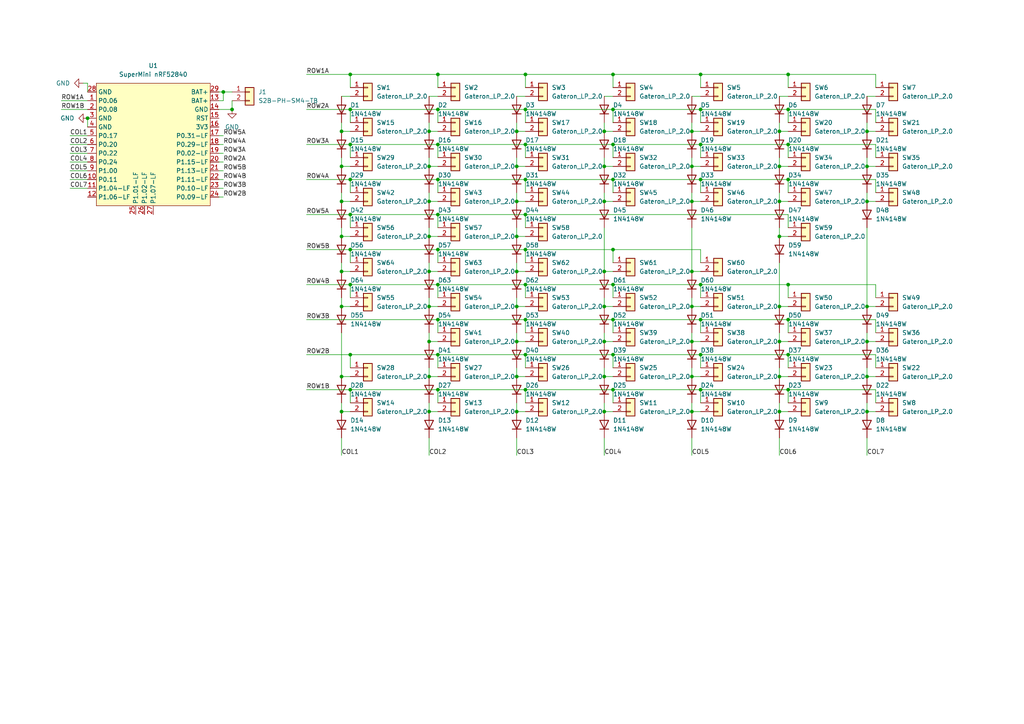
<source format=kicad_sch>
(kicad_sch (version 20250114) (generator "eeschema") (generator_version "9.0")
  (paper "A4")
  (lib_symbols
    (symbol "Diode:1N4148W" (pin_numbers (hide yes)) (pin_names (hide yes))
      (property "Reference" "D" (at 0 2.54 0))
      (property "Value" "1N4148W" (at 0 -2.54 0))
      (symbol "1N4148W_1_1"
        (pin passive line (at -3.81 0 0) (length 2.54) (name "K") (number "1"))
        (pin passive line (at 3.81 0 180) (length 2.54) (name "A") (number "2"))
      )
    )
    (symbol "Supermini:SuperMini_nRF52840" (in_bom no)
      (property "Reference" "U" (at 0 22.86 0))
      (property "Value" "SuperMini nRF52840" (at 0 20.32 0))
      (symbol "SuperMini_nRF52840_0_0"
        (pin bidirectional line (at -19.05 13.97 0) (length 2.54) (name "P0.06") (number "1"))
        (pin bidirectional line (at -19.05 11.43 0) (length 2.54) (name "P0.08") (number "2"))
        (pin power_out line (at -19.05 8.89 0) (length 2.54) (name "GND") (number "3"))
        (pin power_out line (at -19.05 6.35 0) (length 2.54) (name "GND") (number "4"))
        (pin bidirectional line (at -19.05 3.81 0) (length 2.54) (name "P0.17") (number "5"))
        (pin bidirectional line (at -19.05 1.27 0) (length 2.54) (name "P0.20") (number "6"))
        (pin bidirectional line (at -19.05 -1.27 0) (length 2.54) (name "P0.22") (number "7"))
        (pin bidirectional line (at -19.05 -3.81 0) (length 2.54) (name "P0.24") (number "8"))
        (pin bidirectional line (at -19.05 -6.35 0) (length 2.54) (name "P1.00") (number "9"))
        (pin bidirectional line (at -19.05 -8.89 0) (length 2.54) (name "P0.11") (number "10"))
        (pin bidirectional line (at -19.05 -11.43 0) (length 2.54) (name "P1.04-LF") (number "11"))
        (pin bidirectional line (at -19.05 -13.97 0) (length 2.54) (name "P1.06-LF") (number "12"))
        (pin power_out line (at 19.05 11.43 180) (length 2.54) (name "GND") (number "14"))
        (pin bidirectional line (at 19.05 8.89 180) (length 2.54) (name "RST") (number "15"))
        (pin bidirectional line (at 19.05 3.81 180) (length 2.54) (name "P0.31-LF") (number "17"))
        (pin bidirectional line (at 19.05 1.27 180) (length 2.54) (name "P0.29-LF") (number "18"))
        (pin bidirectional line (at 19.05 -1.27 180) (length 2.54) (name "P0.02-LF") (number "19"))
        (pin bidirectional line (at 19.05 -3.81 180) (length 2.54) (name "P1.15-LF") (number "20"))
        (pin bidirectional line (at 19.05 -6.35 180) (length 2.54) (name "P1.13-LF") (number "21"))
        (pin bidirectional line (at 19.05 -8.89 180) (length 2.54) (name "P1.11-LF") (number "22"))
        (pin bidirectional line (at 19.05 -13.97 180) (length 2.54) (name "P0.09-LF") (number "24"))
      )
      (symbol "SuperMini_nRF52840_1_0"
        (pin power_out line (at -19.05 16.51 0) (length 2.54) (name "GND") (number "28"))
        (pin bidirectional line (at -5.08 -19.05 90) (length 2.54) (name "P1.01-LF") (number "25"))
        (pin bidirectional line (at -2.54 -19.05 90) (length 2.54) (name "P1.02-LF") (number "26"))
        (pin bidirectional line (at 0 -19.05 90) (length 2.54) (name "P1.07-LF") (number "27"))
        (pin power_out line (at 19.05 16.51 180) (length 2.54) (name "BAT+") (number "29"))
        (pin power_out line (at 19.05 13.97 180) (length 2.54) (name "BAT+") (number "13"))
        (pin power_out line (at 19.05 6.35 180) (length 2.54) (name "3V3") (number "16"))
        (pin bidirectional line (at 19.05 -11.43 180) (length 2.54) (name "P0.10-LF") (number "23"))
      )
    )
    (symbol "connectors:Gateron_LP_2.0" (pin_names (offset 1.016) (hide yes))
      (property "Reference" "SW" (at 0 2.54 0))
      (property "Value" "Gateron_LP_2.0" (at 0 -5.08 0))
      (symbol "Gateron_LP_2.0_1_1"
        (pin passive line (at -5.08 0 0) (length 3.81) (name "Pin_1") (number "1"))
        (pin passive line (at -5.08 -2.54 0) (length 3.81) (name "Pin_2") (number "2"))
      )
    )
    (symbol "connectors:S2B-PH-SM4-TB" (pin_names (offset 1.016) (hide yes))
      (property "Reference" "J" (at 0 2.54 0))
      (property "Value" "S2B-PH-SM4-TB" (at 0 -5.08 0))
      (symbol "S2B-PH-SM4-TB_1_1"
        (pin passive line (at -5.08 0 0) (length 3.81) (name "Pin_1") (number "1"))
        (pin passive line (at -5.08 -2.54 0) (length 3.81) (name "Pin_2") (number "2"))
      )
    )
    (symbol "power:GND" (power) (pin_numbers (hide yes)) (pin_names (offset 0) (hide yes))
      (property "Value" "GND" (at 0 -3.81 0))
      (symbol "GND_1_1"
        (pin power_in line (at 0 0 270) (length 0) (name "~") (number "1"))
      )
    )
  )
  (junction (at 175.26 109.22))
  (junction (at 251.46 109.22))
  (junction (at 124.46 78.74))
  (junction (at 101.6 41.91))
  (junction (at 177.8 92.71))
  (junction (at 152.4 52.07))
  (junction (at 127 82.55))
  (junction (at 175.26 88.9))
  (junction (at 101.6 72.39))
  (junction (at 127 92.71))
  (junction (at 177.8 21.59))
  (junction (at 124.46 119.38))
  (junction (at 251.46 38.1))
  (junction (at 149.86 68.58))
  (junction (at 127 21.59))
  (junction (at 101.6 113.03))
  (junction (at 127 113.03))
  (junction (at 99.06 119.38))
  (junction (at 99.06 68.58))
  (junction (at 127 62.23))
  (junction (at 228.6 21.59))
  (junction (at 124.46 58.42))
  (junction (at 228.6 113.03))
  (junction (at 152.4 72.39))
  (junction (at 149.86 38.1))
  (junction (at 200.66 78.74))
  (junction (at 175.26 58.42))
  (junction (at 175.26 48.26))
  (junction (at 203.2 113.03))
  (junction (at 149.86 58.42))
  (junction (at 124.46 68.58))
  (junction (at 149.86 88.9))
  (junction (at 149.86 109.22))
  (junction (at 200.66 109.22))
  (junction (at 152.4 62.23))
  (junction (at 200.66 48.26))
  (junction (at 99.06 48.26))
  (junction (at 226.06 119.38))
  (junction (at 203.2 21.59))
  (junction (at 226.06 58.42))
  (junction (at 101.6 62.23))
  (junction (at 200.66 99.06))
  (junction (at 226.06 99.06))
  (junction (at 124.46 38.1))
  (junction (at 99.06 78.74))
  (junction (at 124.46 109.22))
  (junction (at 101.6 31.75))
  (junction (at 203.2 102.87))
  (junction (at 177.8 52.07))
  (junction (at 200.66 38.1))
  (junction (at 203.2 52.07))
  (junction (at 200.66 58.42))
  (junction (at 228.6 31.75))
  (junction (at 228.6 102.87))
  (junction (at 149.86 119.38))
  (junction (at 251.46 88.9))
  (junction (at 124.46 88.9))
  (junction (at 99.06 38.1))
  (junction (at 152.4 82.55))
  (junction (at 175.26 99.06))
  (junction (at 152.4 21.59))
  (junction (at 226.06 88.9))
  (junction (at 251.46 48.26))
  (junction (at 101.6 102.87))
  (junction (at 152.4 31.75))
  (junction (at 226.06 109.22))
  (junction (at 251.46 119.38))
  (junction (at 127 31.75))
  (junction (at 101.6 21.59))
  (junction (at 226.06 68.58))
  (junction (at 149.86 99.06))
  (junction (at 177.8 41.91))
  (junction (at 101.6 52.07))
  (junction (at 175.26 78.74))
  (junction (at 251.46 58.42))
  (junction (at 228.6 41.91))
  (junction (at 127 102.87))
  (junction (at 101.6 82.55))
  (junction (at 25.4 34.29))
  (junction (at 251.46 99.06))
  (junction (at 228.6 92.71))
  (junction (at 152.4 113.03))
  (junction (at 149.86 48.26))
  (junction (at 127 52.07))
  (junction (at 175.26 38.1))
  (junction (at 99.06 88.9))
  (junction (at 226.06 48.26))
  (junction (at 149.86 78.74))
  (junction (at 200.66 119.38))
  (junction (at 203.2 82.55))
  (junction (at 177.8 31.75))
  (junction (at 177.8 82.55))
  (junction (at 152.4 41.91))
  (junction (at 177.8 72.39))
  (junction (at 228.6 52.07))
  (junction (at 203.2 41.91))
  (junction (at 228.6 82.55))
  (junction (at 152.4 102.87))
  (junction (at 152.4 92.71))
  (junction (at 99.06 58.42))
  (junction (at 175.26 119.38))
  (junction (at 64.77 26.67))
  (junction (at 124.46 99.06))
  (junction (at 177.8 102.87))
  (junction (at 203.2 92.71))
  (junction (at 127 72.39))
  (junction (at 67.31 31.75))
  (junction (at 203.2 31.75))
  (junction (at 127 41.91))
  (junction (at 200.66 88.9))
  (junction (at 124.46 48.26))
  (junction (at 99.06 109.22))
  (junction (at 177.8 113.03))
  (junction (at 226.06 38.1))
  (wire (pts (xy 177.8 82.55) (xy 203.2 82.55)))
  (wire (pts (xy 177.8 52.07) (xy 203.2 52.07)))
  (wire (pts (xy 101.6 113.03) (xy 101.6 116.84)))
  (wire (pts (xy 200.66 78.74) (xy 203.2 78.74)))
  (wire (pts (xy 175.26 119.38) (xy 175.26 116.84)))
  (wire (pts (xy 99.06 96.52) (xy 99.06 109.22)))
  (wire (pts (xy 226.06 45.72) (xy 226.06 48.26)))
  (wire (pts (xy 124.46 96.52) (xy 124.46 99.06)))
  (wire (pts (xy 251.46 35.56) (xy 251.46 38.1)))
  (wire (pts (xy 175.26 119.38) (xy 177.8 119.38)))
  (wire (pts (xy 101.6 31.75) (xy 127 31.75)))
  (wire (pts (xy 88.9 113.03) (xy 101.6 113.03)))
  (wire (pts (xy 101.6 82.55) (xy 127 82.55)))
  (wire (pts (xy 17.78 31.75) (xy 25.4 31.75)))
  (wire (pts (xy 177.8 82.55) (xy 177.8 86.36)))
  (wire (pts (xy 127 92.71) (xy 152.4 92.71)))
  (wire (pts (xy 226.06 99.06) (xy 228.6 99.06)))
  (wire (pts (xy 124.46 55.88) (xy 124.46 58.42)))
  (wire (pts (xy 99.06 68.58) (xy 101.6 68.58)))
  (wire (pts (xy 127 31.75) (xy 127 35.56)))
  (wire (pts (xy 228.6 41.91) (xy 228.6 45.72)))
  (wire (pts (xy 175.26 55.88) (xy 175.26 58.42)))
  (wire (pts (xy 127 52.07) (xy 127 55.88)))
  (wire (pts (xy 177.8 72.39) (xy 177.8 76.2)))
  (wire (pts (xy 101.6 62.23) (xy 101.6 66.04)))
  (wire (pts (xy 127 72.39) (xy 127 76.2)))
  (wire (pts (xy 177.8 41.91) (xy 203.2 41.91)))
  (wire (pts (xy 63.5 57.15) (xy 64.77 57.15)))
  (wire (pts (xy 251.46 99.06) (xy 254 99.06)))
  (wire (pts (xy 124.46 119.38) (xy 124.46 116.84)))
  (wire (pts (xy 226.06 58.42) (xy 226.06 55.88)))
  (wire (pts (xy 88.9 102.87) (xy 101.6 102.87)))
  (wire (pts (xy 152.4 62.23) (xy 152.4 66.04)))
  (wire (pts (xy 226.06 119.38) (xy 226.06 116.84)))
  (wire (pts (xy 203.2 92.71) (xy 203.2 96.52)))
  (wire (pts (xy 203.2 102.87) (xy 203.2 106.68)))
  (wire (pts (xy 203.2 102.87) (xy 228.6 102.87)))
  (wire (pts (xy 99.06 55.88) (xy 99.06 58.42)))
  (wire (pts (xy 226.06 99.06) (xy 226.06 96.52)))
  (wire (pts (xy 177.8 92.71) (xy 203.2 92.71)))
  (wire (pts (xy 17.78 29.21) (xy 25.4 29.21)))
  (wire (pts (xy 124.46 45.72) (xy 124.46 48.26)))
  (wire (pts (xy 124.46 48.26) (xy 127 48.26)))
  (wire (pts (xy 101.6 82.55) (xy 101.6 86.36)))
  (wire (pts (xy 149.86 109.22) (xy 152.4 109.22)))
  (wire (pts (xy 152.4 92.71) (xy 177.8 92.71)))
  (wire (pts (xy 127 62.23) (xy 127 66.04)))
  (wire (pts (xy 127 41.91) (xy 127 45.72)))
  (wire (pts (xy 254 41.91) (xy 254 45.72)))
  (wire (pts (xy 152.4 113.03) (xy 177.8 113.03)))
  (wire (pts (xy 175.26 109.22) (xy 177.8 109.22)))
  (wire (pts (xy 177.8 21.59) (xy 203.2 21.59)))
  (wire (pts (xy 20.32 49.53) (xy 25.4 49.53)))
  (wire (pts (xy 152.4 72.39) (xy 152.4 76.2)))
  (wire (pts (xy 88.9 41.91) (xy 101.6 41.91)))
  (wire (pts (xy 203.2 113.03) (xy 203.2 116.84)))
  (wire (pts (xy 101.6 21.59) (xy 101.6 25.4)))
  (wire (pts (xy 101.6 72.39) (xy 127 72.39)))
  (wire (pts (xy 101.6 78.74) (xy 99.06 78.74)))
  (wire (pts (xy 200.66 38.1) (xy 203.2 38.1)))
  (wire (pts (xy 24.13 24.13) (xy 25.4 24.13)))
  (wire (pts (xy 226.06 109.22) (xy 228.6 109.22)))
  (wire (pts (xy 228.6 102.87) (xy 254 102.87)))
  (wire (pts (xy 177.8 92.71) (xy 177.8 96.52)))
  (wire (pts (xy 88.9 62.23) (xy 101.6 62.23)))
  (wire (pts (xy 149.86 66.04) (xy 149.86 68.58)))
  (wire (pts (xy 127 52.07) (xy 152.4 52.07)))
  (wire (pts (xy 152.4 72.39) (xy 177.8 72.39)))
  (wire (pts (xy 175.26 109.22) (xy 175.26 106.68)))
  (wire (pts (xy 152.4 41.91) (xy 152.4 45.72)))
  (wire (pts (xy 63.5 44.45) (xy 64.77 44.45)))
  (wire (pts (xy 20.32 39.37) (xy 25.4 39.37)))
  (wire (pts (xy 175.26 48.26) (xy 177.8 48.26)))
  (wire (pts (xy 101.6 41.91) (xy 101.6 45.72)))
  (wire (pts (xy 101.6 113.03) (xy 127 113.03)))
  (wire (pts (xy 149.86 68.58) (xy 152.4 68.58)))
  (wire (pts (xy 63.5 26.67) (xy 64.77 26.67)))
  (wire (pts (xy 203.2 113.03) (xy 228.6 113.03)))
  (wire (pts (xy 25.4 34.29) (xy 25.4 36.83)))
  (wire (pts (xy 152.4 102.87) (xy 152.4 106.68)))
  (wire (pts (xy 203.2 31.75) (xy 228.6 31.75)))
  (wire (pts (xy 200.66 45.72) (xy 200.66 48.26)))
  (wire (pts (xy 228.6 82.55) (xy 254 82.55)))
  (wire (pts (xy 67.31 31.75) (xy 67.31 29.21)))
  (wire (pts (xy 99.06 27.94) (xy 101.6 27.94)))
  (wire (pts (xy 175.26 96.52) (xy 175.26 99.06)))
  (wire (pts (xy 20.32 46.99) (xy 25.4 46.99)))
  (wire (pts (xy 251.46 119.38) (xy 254 119.38)))
  (wire (pts (xy 228.6 113.03) (xy 228.6 116.84)))
  (wire (pts (xy 152.4 31.75) (xy 152.4 35.56)))
  (wire (pts (xy 101.6 31.75) (xy 101.6 35.56)))
  (wire (pts (xy 254 113.03) (xy 254 116.84)))
  (wire (pts (xy 99.06 88.9) (xy 99.06 86.36)))
  (wire (pts (xy 251.46 27.94) (xy 254 27.94)))
  (wire (pts (xy 88.9 21.59) (xy 101.6 21.59)))
  (wire (pts (xy 127 102.87) (xy 152.4 102.87)))
  (wire (pts (xy 200.66 119.38) (xy 203.2 119.38)))
  (wire (pts (xy 228.6 92.71) (xy 254 92.71)))
  (wire (pts (xy 175.26 27.94) (xy 177.8 27.94)))
  (wire (pts (xy 203.2 21.59) (xy 228.6 21.59)))
  (wire (pts (xy 200.66 88.9) (xy 203.2 88.9)))
  (wire (pts (xy 251.46 88.9) (xy 251.46 66.04)))
  (wire (pts (xy 251.46 48.26) (xy 254 48.26)))
  (wire (pts (xy 175.26 45.72) (xy 175.26 48.26)))
  (wire (pts (xy 124.46 78.74) (xy 124.46 76.2)))
  (wire (pts (xy 200.66 119.38) (xy 200.66 116.84)))
  (wire (pts (xy 127 113.03) (xy 127 116.84)))
  (wire (pts (xy 101.6 102.87) (xy 127 102.87)))
  (wire (pts (xy 251.46 55.88) (xy 251.46 58.42)))
  (wire (pts (xy 88.9 92.71) (xy 127 92.71)))
  (wire (pts (xy 127 82.55) (xy 152.4 82.55)))
  (wire (pts (xy 152.4 52.07) (xy 177.8 52.07)))
  (wire (pts (xy 203.2 52.07) (xy 203.2 55.88)))
  (wire (pts (xy 203.2 52.07) (xy 228.6 52.07)))
  (wire (pts (xy 200.66 99.06) (xy 200.66 96.52)))
  (wire (pts (xy 152.4 62.23) (xy 228.6 62.23)))
  (wire (pts (xy 149.86 119.38) (xy 149.86 116.84)))
  (wire (pts (xy 124.46 88.9) (xy 124.46 86.36)))
  (wire (pts (xy 152.4 99.06) (xy 149.86 99.06)))
  (wire (pts (xy 124.46 27.94) (xy 127 27.94)))
  (wire (pts (xy 152.4 92.71) (xy 152.4 96.52)))
  (wire (pts (xy 175.26 58.42) (xy 177.8 58.42)))
  (wire (pts (xy 200.66 35.56) (xy 200.66 38.1)))
  (wire (pts (xy 124.46 119.38) (xy 127 119.38)))
  (wire (pts (xy 203.2 82.55) (xy 203.2 86.36)))
  (wire (pts (xy 149.86 58.42) (xy 149.86 55.88)))
  (wire (pts (xy 226.06 48.26) (xy 228.6 48.26)))
  (wire (pts (xy 251.46 45.72) (xy 251.46 48.26)))
  (wire (pts (xy 251.46 88.9) (xy 254 88.9)))
  (wire (pts (xy 226.06 119.38) (xy 228.6 119.38)))
  (wire (pts (xy 177.8 41.91) (xy 177.8 45.72)))
  (wire (pts (xy 200.66 109.22) (xy 200.66 106.68)))
  (wire (pts (xy 99.06 78.74) (xy 99.06 76.2)))
  (wire (pts (xy 228.6 92.71) (xy 228.6 96.52)))
  (wire (pts (xy 63.5 49.53) (xy 64.77 49.53)))
  (wire (pts (xy 175.26 35.56) (xy 175.26 38.1)))
  (wire (pts (xy 101.6 102.87) (xy 101.6 106.68)))
  (wire (pts (xy 203.2 41.91) (xy 228.6 41.91)))
  (wire (pts (xy 254 52.07) (xy 254 55.88)))
  (wire (pts (xy 124.46 68.58) (xy 124.46 66.04)))
  (wire (pts (xy 149.86 109.22) (xy 149.86 106.68)))
  (wire (pts (xy 200.66 127) (xy 200.66 132.08)))
  (wire (pts (xy 152.4 113.03) (xy 152.4 116.84)))
  (wire (pts (xy 127 92.71) (xy 127 96.52)))
  (wire (pts (xy 64.77 29.21) (xy 64.77 26.67)))
  (wire (pts (xy 228.6 113.03) (xy 254 113.03)))
  (wire (pts (xy 127 82.55) (xy 127 86.36)))
  (wire (pts (xy 63.5 39.37) (xy 64.77 39.37)))
  (wire (pts (xy 228.6 52.07) (xy 254 52.07)))
  (wire (pts (xy 63.5 46.99) (xy 64.77 46.99)))
  (wire (pts (xy 152.4 52.07) (xy 152.4 55.88)))
  (wire (pts (xy 101.6 41.91) (xy 127 41.91)))
  (wire (pts (xy 149.86 127) (xy 149.86 132.08)))
  (wire (pts (xy 101.6 62.23) (xy 127 62.23)))
  (wire (pts (xy 101.6 21.59) (xy 127 21.59)))
  (wire (pts (xy 254 82.55) (xy 254 86.36)))
  (wire (pts (xy 226.06 88.9) (xy 228.6 88.9)))
  (wire (pts (xy 152.4 31.75) (xy 177.8 31.75)))
  (wire (pts (xy 152.4 41.91) (xy 177.8 41.91)))
  (wire (pts (xy 251.46 106.68) (xy 251.46 109.22)))
  (wire (pts (xy 251.46 99.06) (xy 251.46 96.52)))
  (wire (pts (xy 175.26 86.36) (xy 175.26 88.9)))
  (wire (pts (xy 127 62.23) (xy 152.4 62.23)))
  (wire (pts (xy 200.66 86.36) (xy 200.66 88.9)))
  (wire (pts (xy 127 102.87) (xy 127 106.68)))
  (wire (pts (xy 99.06 66.04) (xy 99.06 68.58)))
  (wire (pts (xy 251.46 119.38) (xy 251.46 116.84)))
  (wire (pts (xy 88.9 31.75) (xy 101.6 31.75)))
  (wire (pts (xy 226.06 68.58) (xy 228.6 68.58)))
  (wire (pts (xy 149.86 48.26) (xy 152.4 48.26)))
  (wire (pts (xy 251.46 38.1) (xy 254 38.1)))
  (wire (pts (xy 228.6 102.87) (xy 228.6 106.68)))
  (wire (pts (xy 200.66 48.26) (xy 203.2 48.26)))
  (wire (pts (xy 203.2 21.59) (xy 203.2 25.4)))
  (wire (pts (xy 127 31.75) (xy 152.4 31.75)))
  (wire (pts (xy 99.06 116.84) (xy 99.06 119.38)))
  (wire (pts (xy 228.6 31.75) (xy 254 31.75)))
  (wire (pts (xy 254 102.87) (xy 254 106.68)))
  (wire (pts (xy 228.6 41.91) (xy 254 41.91)))
  (wire (pts (xy 124.46 88.9) (xy 127 88.9)))
  (wire (pts (xy 99.06 38.1) (xy 101.6 38.1)))
  (wire (pts (xy 226.06 66.04) (xy 226.06 68.58)))
  (wire (pts (xy 99.06 119.38) (xy 101.6 119.38)))
  (wire (pts (xy 228.6 82.55) (xy 228.6 86.36)))
  (wire (pts (xy 251.46 127) (xy 251.46 132.08)))
  (wire (pts (xy 149.86 78.74) (xy 149.86 76.2)))
  (wire (pts (xy 203.2 41.91) (xy 203.2 45.72)))
  (wire (pts (xy 101.6 52.07) (xy 101.6 55.88)))
  (wire (pts (xy 20.32 54.61) (xy 25.4 54.61)))
  (wire (pts (xy 177.8 21.59) (xy 177.8 25.4)))
  (wire (pts (xy 177.8 113.03) (xy 203.2 113.03)))
  (wire (pts (xy 88.9 82.55) (xy 101.6 82.55)))
  (wire (pts (xy 203.2 82.55) (xy 228.6 82.55)))
  (wire (pts (xy 200.66 55.88) (xy 200.66 58.42)))
  (wire (pts (xy 149.86 35.56) (xy 149.86 38.1)))
  (wire (pts (xy 63.5 54.61) (xy 64.77 54.61)))
  (wire (pts (xy 152.4 21.59) (xy 152.4 25.4)))
  (wire (pts (xy 124.46 109.22) (xy 127 109.22)))
  (wire (pts (xy 99.06 48.26) (xy 101.6 48.26)))
  (wire (pts (xy 200.66 109.22) (xy 203.2 109.22)))
  (wire (pts (xy 20.32 52.07) (xy 25.4 52.07)))
  (wire (pts (xy 20.32 44.45) (xy 25.4 44.45)))
  (wire (pts (xy 99.06 58.42) (xy 101.6 58.42)))
  (wire (pts (xy 149.86 88.9) (xy 149.86 86.36)))
  (wire (pts (xy 152.4 102.87) (xy 177.8 102.87)))
  (wire (pts (xy 149.86 119.38) (xy 152.4 119.38)))
  (wire (pts (xy 203.2 92.71) (xy 228.6 92.71)))
  (wire (pts (xy 226.06 88.9) (xy 226.06 76.2)))
  (wire (pts (xy 99.06 45.72) (xy 99.06 48.26)))
  (wire (pts (xy 177.8 113.03) (xy 177.8 116.84)))
  (wire (pts (xy 228.6 21.59) (xy 228.6 25.4)))
  (wire (pts (xy 127 41.91) (xy 152.4 41.91)))
  (wire (pts (xy 226.06 58.42) (xy 228.6 58.42)))
  (wire (pts (xy 254 31.75) (xy 254 35.56)))
  (wire (pts (xy 228.6 62.23) (xy 228.6 66.04)))
  (wire (pts (xy 226.06 38.1) (xy 228.6 38.1)))
  (wire (pts (xy 254 21.59) (xy 254 25.4)))
  (wire (pts (xy 88.9 52.07) (xy 101.6 52.07)))
  (wire (pts (xy 226.06 27.94) (xy 228.6 27.94)))
  (wire (pts (xy 177.8 72.39) (xy 203.2 72.39)))
  (wire (pts (xy 152.4 82.55) (xy 177.8 82.55)))
  (wire (pts (xy 127 113.03) (xy 152.4 113.03)))
  (wire (pts (xy 177.8 102.87) (xy 203.2 102.87)))
  (wire (pts (xy 152.4 82.55) (xy 152.4 86.36)))
  (wire (pts (xy 175.26 127) (xy 175.26 132.08)))
  (wire (pts (xy 149.86 27.94) (xy 152.4 27.94)))
  (wire (pts (xy 149.86 38.1) (xy 152.4 38.1)))
  (wire (pts (xy 251.46 109.22) (xy 254 109.22)))
  (wire (pts (xy 226.06 127) (xy 226.06 132.08)))
  (wire (pts (xy 124.46 109.22) (xy 124.46 106.68)))
  (wire (pts (xy 99.06 127) (xy 99.06 132.08)))
  (wire (pts (xy 175.26 38.1) (xy 177.8 38.1)))
  (wire (pts (xy 124.46 127) (xy 124.46 132.08)))
  (wire (pts (xy 228.6 52.07) (xy 228.6 55.88)))
  (wire (pts (xy 177.8 31.75) (xy 203.2 31.75)))
  (wire (pts (xy 20.32 41.91) (xy 25.4 41.91)))
  (wire (pts (xy 99.06 88.9) (xy 101.6 88.9)))
  (wire (pts (xy 124.46 99.06) (xy 127 99.06)))
  (wire (pts (xy 124.46 35.56) (xy 124.46 38.1)))
  (wire (pts (xy 175.26 66.04) (xy 175.26 78.74)))
  (wire (pts (xy 127 72.39) (xy 152.4 72.39)))
  (wire (pts (xy 200.66 66.04) (xy 200.66 78.74)))
  (wire (pts (xy 203.2 72.39) (xy 203.2 76.2)))
  (wire (pts (xy 251.46 58.42) (xy 254 58.42)))
  (wire (pts (xy 149.86 99.06) (xy 149.86 96.52)))
  (wire (pts (xy 124.46 78.74) (xy 127 78.74)))
  (wire (pts (xy 124.46 68.58) (xy 127 68.58)))
  (wire (pts (xy 177.8 31.75) (xy 177.8 35.56)))
  (wire (pts (xy 200.66 58.42) (xy 203.2 58.42)))
  (wire (pts (xy 101.6 72.39) (xy 101.6 76.2)))
  (wire (pts (xy 228.6 31.75) (xy 228.6 35.56)))
  (wire (pts (xy 63.5 41.91) (xy 64.77 41.91)))
  (wire (pts (xy 149.86 88.9) (xy 152.4 88.9)))
  (wire (pts (xy 177.8 102.87) (xy 177.8 106.68)))
  (wire (pts (xy 152.4 21.59) (xy 177.8 21.59)))
  (wire (pts (xy 177.8 52.07) (xy 177.8 55.88)))
  (wire (pts (xy 149.86 45.72) (xy 149.86 48.26)))
  (wire (pts (xy 99.06 109.22) (xy 101.6 109.22)))
  (wire (pts (xy 88.9 72.39) (xy 101.6 72.39)))
  (wire (pts (xy 226.06 35.56) (xy 226.06 38.1)))
  (wire (pts (xy 203.2 31.75) (xy 203.2 35.56)))
  (wire (pts (xy 63.5 29.21) (xy 64.77 29.21)))
  (wire (pts (xy 226.06 109.22) (xy 226.06 106.68)))
  (wire (pts (xy 254 92.71) (xy 254 96.52)))
  (wire (pts (xy 124.46 38.1) (xy 127 38.1)))
  (wire (pts (xy 99.06 35.56) (xy 99.06 38.1)))
  (wire (pts (xy 175.26 99.06) (xy 177.8 99.06)))
  (wire (pts (xy 200.66 99.06) (xy 203.2 99.06)))
  (wire (pts (xy 63.5 52.07) (xy 64.77 52.07)))
  (wire (pts (xy 127 21.59) (xy 127 25.4)))
  (wire (pts (xy 149.86 58.42) (xy 152.4 58.42)))
  (wire (pts (xy 124.46 58.42) (xy 127 58.42)))
  (wire (pts (xy 200.66 27.94) (xy 203.2 27.94)))
  (wire (pts (xy 175.26 78.74) (xy 177.8 78.74)))
  (wire (pts (xy 228.6 21.59) (xy 254 21.59)))
  (wire (pts (xy 127 21.59) (xy 152.4 21.59)))
  (wire (pts (xy 149.86 78.74) (xy 152.4 78.74)))
  (wire (pts (xy 25.4 26.67) (xy 25.4 24.13)))
  (wire (pts (xy 101.6 52.07) (xy 127 52.07)))
  (wire (pts (xy 64.77 26.67) (xy 67.31 26.67)))
  (wire (pts (xy 175.26 88.9) (xy 177.8 88.9)))
  (wire (pts (xy 63.5 31.75) (xy 67.31 31.75)))
  (label "ROW5B" (at 88.9 72.39 0))
  (label "ROW4A" (at 64.77 41.91 0))
  (label "ROW2A" (at 64.77 46.99 0))
  (label "COL5" (at 20.32 49.53 0))
  (label "COL3" (at 149.86 132.08 0))
  (label "COL1" (at 99.06 132.08 0))
  (label "COL6" (at 226.06 132.08 0))
  (label "ROW1B" (at 17.78 31.75 0))
  (label "ROW2B" (at 88.9 102.87 0))
  (label "ROW5A" (at 64.77 39.37 0))
  (label "COL7" (at 251.46 132.08 0))
  (label "ROW3A" (at 88.9 41.91 0))
  (label "ROW4B" (at 88.9 82.55 0))
  (label "ROW1B" (at 88.9 113.03 0))
  (label "COL6" (at 20.32 52.07 0))
  (label "ROW4A" (at 88.9 52.07 0))
  (label "COL5" (at 200.66 132.08 0))
  (label "COL7" (at 20.32 54.61 0))
  (label "ROW4B" (at 64.77 52.07 0))
  (label "COL2" (at 20.32 41.91 0))
  (label "ROW5B" (at 64.77 49.53 0))
  (label "COL3" (at 20.32 44.45 0))
  (label "ROW3B" (at 88.9 92.71 0))
  (label "COL1" (at 20.32 39.37 0))
  (label "ROW1A" (at 88.9 21.59 0))
  (label "ROW1A" (at 17.78 29.21 0))
  (label "ROW3A" (at 64.77 44.45 0))
  (label "ROW2A" (at 88.9 31.75 0))
  (label "ROW2B" (at 64.77 57.15 0))
  (label "COL4" (at 20.32 46.99 0))
  (label "COL4" (at 175.26 132.08 0))
  (label "ROW5A" (at 88.9 62.23 0))
  (label "ROW3B" (at 64.77 54.61 0))
  (label "COL2" (at 124.46 132.08 0))
  (symbol (lib_id "connectors:Gateron_LP_2.0") (at 106.68 76.2 0) (unit 1)
    (property "Reference" "SW64" (at 109.22 76.1999 0) (effects (justify left)))
    (property "Value" "Gateron_LP_2.0" (at 109.22 78.7399 0) (effects (justify left)))
    (property "Footprint" "Button_Switch_Keyboard:Gateron_LP_2.0" (effects (hide yes)))
    (property "Description" "Generic connector, single row, 01x02, script generated (kicad-library-utils/schlib/autogen/connector/)" (effects (hide yes)))
  )
  (symbol (lib_id "connectors:Gateron_LP_2.0") (at 208.28 55.88 0) (unit 1)
    (property "Reference" "SW46" (at 210.82 55.8799 0) (effects (justify left)))
    (property "Value" "Gateron_LP_2.0" (at 210.82 58.4199 0) (effects (justify left)))
    (property "Footprint" "Button_Switch_Keyboard:Gateron_LP_2.0" (effects (hide yes)))
    (property "Description" "Generic connector, single row, 01x02, script generated (kicad-library-utils/schlib/autogen/connector/)" (effects (hide yes)))
  )
  (symbol (lib_id "connectors:Gateron_LP_2.0") (at 259.08 106.68 0) (unit 1)
    (property "Reference" "SW22" (at 261.62 106.6799 0) (effects (justify left)))
    (property "Value" "Gateron_LP_2.0" (at 261.62 109.2199 0) (effects (justify left)))
    (property "Footprint" "Button_Switch_Keyboard:Gateron_LP_2.0" (effects (hide yes)))
    (property "Description" "Generic connector, single row, 01x02, script generated (kicad-library-utils/schlib/autogen/connector/)" (effects (hide yes)))
  )
  (symbol (lib_id "connectors:Gateron_LP_2.0") (at 182.88 55.88 0) (unit 1)
    (property "Reference" "SW45" (at 185.42 55.8799 0) (effects (justify left)))
    (property "Value" "Gateron_LP_2.0" (at 185.42 58.4199 0) (effects (justify left)))
    (property "Footprint" "Button_Switch_Keyboard:Gateron_LP_2.0" (effects (hide yes)))
    (property "Description" "Generic connector, single row, 01x02, script generated (kicad-library-utils/schlib/autogen/connector/)" (effects (hide yes)))
  )
  (symbol (lib_id "Diode:1N4148W") (at 251.46 102.87 90) (unit 1)
    (property "Reference" "D36" (at 254 101.5999 90) (effects (justify right)))
    (property "Value" "1N4148W" (at 254 104.1399 90) (effects (justify right)))
    (property "Footprint" "Diode_SMD:D_SOD-123" (effects (hide yes)))
    (property "Datasheet" "https://www.vishay.com/docs/85748/1n4148w.pdf" (effects (hide yes)))
    (property "Description" "75V 0.15A Fast Switching Diode, SOD-123" (effects (hide yes)))
    (property "Sim.Device" "D" (effects (hide yes)))
    (property "Sim.Pins" "1=K 2=A" (effects (hide yes)))
  )
  (symbol (lib_id "connectors:Gateron_LP_2.0") (at 182.88 96.52 0) (unit 1)
    (property "Reference" "SW39" (at 185.42 96.5199 0) (effects (justify left)))
    (property "Value" "Gateron_LP_2.0" (at 185.42 99.0599 0) (effects (justify left)))
    (property "Footprint" "Button_Switch_Keyboard:Gateron_LP_2.0" (effects (hide yes)))
    (property "Description" "Generic connector, single row, 01x02, script generated (kicad-library-utils/schlib/autogen/connector/)" (effects (hide yes)))
  )
  (symbol (lib_id "connectors:Gateron_LP_2.0") (at 259.08 35.56 0) (unit 1)
    (property "Reference" "SW21" (at 261.62 35.5599 0) (effects (justify left)))
    (property "Value" "Gateron_LP_2.0" (at 261.62 38.0999 0) (effects (justify left)))
    (property "Footprint" "Button_Switch_Keyboard:Gateron_LP_2.0" (effects (hide yes)))
    (property "Description" "Generic connector, single row, 01x02, script generated (kicad-library-utils/schlib/autogen/connector/)" (effects (hide yes)))
  )
  (symbol (lib_id "connectors:Gateron_LP_2.0") (at 106.68 45.72 0) (unit 1)
    (property "Reference" "SW29" (at 109.22 45.7199 0) (effects (justify left)))
    (property "Value" "Gateron_LP_2.0" (at 109.22 48.2599 0) (effects (justify left)))
    (property "Footprint" "Button_Switch_Keyboard:Gateron_LP_2.0" (effects (hide yes)))
    (property "Description" "Generic connector, single row, 01x02, script generated (kicad-library-utils/schlib/autogen/connector/)" (effects (hide yes)))
  )
  (symbol (lib_id "Diode:1N4148W") (at 175.26 31.75 90) (unit 1)
    (property "Reference" "D4" (at 177.8 30.4799 90) (effects (justify right)))
    (property "Value" "1N4148W" (at 177.8 33.0199 90) (effects (justify right)))
    (property "Footprint" "Diode_SMD:D_SOD-123" (effects (hide yes)))
    (property "Datasheet" "https://www.vishay.com/docs/85748/1n4148w.pdf" (effects (hide yes)))
    (property "Description" "75V 0.15A Fast Switching Diode, SOD-123" (effects (hide yes)))
    (property "Sim.Device" "D" (effects (hide yes)))
    (property "Sim.Pins" "1=K 2=A" (effects (hide yes)))
  )
  (symbol (lib_id "connectors:Gateron_LP_2.0") (at 182.88 116.84 0) (unit 1)
    (property "Reference" "SW11" (at 185.42 116.8399 0) (effects (justify left)))
    (property "Value" "Gateron_LP_2.0" (at 185.42 119.3799 0) (effects (justify left)))
    (property "Footprint" "Button_Switch_Keyboard:Gateron_LP_2.0" (effects (hide yes)))
    (property "Description" "Generic connector, single row, 01x02, script generated (kicad-library-utils/schlib/autogen/connector/)" (effects (hide yes)))
  )
  (symbol (lib_id "Diode:1N4148W") (at 200.66 41.91 90) (unit 1)
    (property "Reference" "D19" (at 203.2 40.6399 90) (effects (justify right)))
    (property "Value" "1N4148W" (at 203.2 43.1799 90) (effects (justify right)))
    (property "Footprint" "Diode_SMD:D_SOD-123" (effects (hide yes)))
    (property "Datasheet" "https://www.vishay.com/docs/85748/1n4148w.pdf" (effects (hide yes)))
    (property "Description" "75V 0.15A Fast Switching Diode, SOD-123" (effects (hide yes)))
    (property "Sim.Device" "D" (effects (hide yes)))
    (property "Sim.Pins" "1=K 2=A" (effects (hide yes)))
  )
  (symbol (lib_id "connectors:Gateron_LP_2.0") (at 106.68 25.4 0) (unit 1)
    (property "Reference" "SW1" (at 109.22 25.3999 0) (effects (justify left)))
    (property "Value" "Gateron_LP_2.0" (at 109.22 27.9399 0) (effects (justify left)))
    (property "Footprint" "Button_Switch_Keyboard:Gateron_LP_2.0" (effects (hide yes)))
    (property "Description" "Generic connector, single row, 01x02, script generated (kicad-library-utils/schlib/autogen/connector/)" (effects (hide yes)))
  )
  (symbol (lib_id "Diode:1N4148W") (at 175.26 113.03 90) (unit 1)
    (property "Reference" "D25" (at 177.8 111.7599 90) (effects (justify right)))
    (property "Value" "1N4148W" (at 177.8 114.2999 90) (effects (justify right)))
    (property "Footprint" "Diode_SMD:D_SOD-123" (effects (hide yes)))
    (property "Datasheet" "https://www.vishay.com/docs/85748/1n4148w.pdf" (effects (hide yes)))
    (property "Description" "75V 0.15A Fast Switching Diode, SOD-123" (effects (hide yes)))
    (property "Sim.Device" "D" (effects (hide yes)))
    (property "Sim.Pins" "1=K 2=A" (effects (hide yes)))
  )
  (symbol (lib_id "Diode:1N4148W") (at 251.46 31.75 90) (unit 1)
    (property "Reference" "D7" (at 254 30.4799 90) (effects (justify right)))
    (property "Value" "1N4148W" (at 254 33.0199 90) (effects (justify right)))
    (property "Footprint" "Diode_SMD:D_SOD-123" (effects (hide yes)))
    (property "Datasheet" "https://www.vishay.com/docs/85748/1n4148w.pdf" (effects (hide yes)))
    (property "Description" "75V 0.15A Fast Switching Diode, SOD-123" (effects (hide yes)))
    (property "Sim.Device" "D" (effects (hide yes)))
    (property "Sim.Pins" "1=K 2=A" (effects (hide yes)))
  )
  (symbol (lib_id "connectors:Gateron_LP_2.0") (at 157.48 25.4 0) (unit 1)
    (property "Reference" "SW3" (at 160.02 25.3999 0) (effects (justify left)))
    (property "Value" "Gateron_LP_2.0" (at 160.02 27.9399 0) (effects (justify left)))
    (property "Footprint" "Button_Switch_Keyboard:Gateron_LP_2.0" (effects (hide yes)))
    (property "Description" "Generic connector, single row, 01x02, script generated (kicad-library-utils/schlib/autogen/connector/)" (effects (hide yes)))
  )
  (symbol (lib_id "connectors:Gateron_LP_2.0") (at 259.08 116.84 0) (unit 1)
    (property "Reference" "SW8" (at 261.62 116.8399 0) (effects (justify left)))
    (property "Value" "Gateron_LP_2.0" (at 261.62 119.3799 0) (effects (justify left)))
    (property "Footprint" "Button_Switch_Keyboard:Gateron_LP_2.0" (effects (hide yes)))
    (property "Description" "Generic connector, single row, 01x02, script generated (kicad-library-utils/schlib/autogen/connector/)" (effects (hide yes)))
  )
  (symbol (lib_id "connectors:Gateron_LP_2.0") (at 157.48 116.84 0) (unit 1)
    (property "Reference" "SW12" (at 160.02 116.8399 0) (effects (justify left)))
    (property "Value" "Gateron_LP_2.0" (at 160.02 119.3799 0) (effects (justify left)))
    (property "Footprint" "Button_Switch_Keyboard:Gateron_LP_2.0" (effects (hide yes)))
    (property "Description" "Generic connector, single row, 01x02, script generated (kicad-library-utils/schlib/autogen/connector/)" (effects (hide yes)))
  )
  (symbol (lib_id "Diode:1N4148W") (at 226.06 41.91 90) (unit 1)
    (property "Reference" "D20" (at 228.6 40.6399 90) (effects (justify right)))
    (property "Value" "1N4148W" (at 228.6 43.1799 90) (effects (justify right)))
    (property "Footprint" "Diode_SMD:D_SOD-123" (effects (hide yes)))
    (property "Datasheet" "https://www.vishay.com/docs/85748/1n4148w.pdf" (effects (hide yes)))
    (property "Description" "75V 0.15A Fast Switching Diode, SOD-123" (effects (hide yes)))
    (property "Sim.Device" "D" (effects (hide yes)))
    (property "Sim.Pins" "1=K 2=A" (effects (hide yes)))
  )
  (symbol (lib_id "Diode:1N4148W") (at 99.06 41.91 90) (unit 1)
    (property "Reference" "D15" (at 101.6 40.6399 90) (effects (justify right)))
    (property "Value" "1N4148W" (at 101.6 43.1799 90) (effects (justify right)))
    (property "Footprint" "Diode_SMD:D_SOD-123" (effects (hide yes)))
    (property "Datasheet" "https://www.vishay.com/docs/85748/1n4148w.pdf" (effects (hide yes)))
    (property "Description" "75V 0.15A Fast Switching Diode, SOD-123" (effects (hide yes)))
    (property "Sim.Device" "D" (effects (hide yes)))
    (property "Sim.Pins" "1=K 2=A" (effects (hide yes)))
  )
  (symbol (lib_id "Diode:1N4148W") (at 226.06 92.71 90) (unit 1)
    (property "Reference" "D50" (at 228.6 91.4399 90) (effects (justify right)))
    (property "Value" "1N4148W" (at 228.6 93.9799 90) (effects (justify right)))
    (property "Footprint" "Diode_SMD:D_SOD-123" (effects (hide yes)))
    (property "Datasheet" "https://www.vishay.com/docs/85748/1n4148w.pdf" (effects (hide yes)))
    (property "Description" "75V 0.15A Fast Switching Diode, SOD-123" (effects (hide yes)))
    (property "Sim.Device" "D" (effects (hide yes)))
    (property "Sim.Pins" "1=K 2=A" (effects (hide yes)))
  )
  (symbol (lib_id "connectors:S2B-PH-SM4-TB") (at 72.39 26.67 0) (unit 1)
    (property "Reference" "J1" (at 74.93 26.6699 0) (effects (justify left)))
    (property "Value" "S2B-PH-SM4-TB" (at 74.93 29.2099 0) (effects (justify left)))
    (property "Footprint" "Connector_JST:JST_PH_S2B-PH-SM4-TB_1x02-1MP_P2.00mm_Horizontal" (effects (hide yes)))
    (property "Description" "Generic connector, single row, 01x02, script generated (kicad-library-utils/schlib/autogen/connector/)" (effects (hide yes)))
  )
  (symbol (lib_id "connectors:Gateron_LP_2.0") (at 233.68 96.52 0) (unit 1)
    (property "Reference" "SW37" (at 236.22 96.5199 0) (effects (justify left)))
    (property "Value" "Gateron_LP_2.0" (at 236.22 99.0599 0) (effects (justify left)))
    (property "Footprint" "Button_Switch_Keyboard:Gateron_LP_2.0" (effects (hide yes)))
    (property "Description" "Generic connector, single row, 01x02, script generated (kicad-library-utils/schlib/autogen/connector/)" (effects (hide yes)))
  )
  (symbol (lib_id "Diode:1N4148W") (at 200.66 52.07 90) (unit 1)
    (property "Reference" "D33" (at 203.2 50.7999 90) (effects (justify right)))
    (property "Value" "1N4148W" (at 203.2 53.3399 90) (effects (justify right)))
    (property "Footprint" "Diode_SMD:D_SOD-123" (effects (hide yes)))
    (property "Datasheet" "https://www.vishay.com/docs/85748/1n4148w.pdf" (effects (hide yes)))
    (property "Description" "75V 0.15A Fast Switching Diode, SOD-123" (effects (hide yes)))
    (property "Sim.Device" "D" (effects (hide yes)))
    (property "Sim.Pins" "1=K 2=A" (effects (hide yes)))
  )
  (symbol (lib_id "connectors:Gateron_LP_2.0") (at 233.68 45.72 0) (unit 1)
    (property "Reference" "SW34" (at 236.22 45.7199 0) (effects (justify left)))
    (property "Value" "Gateron_LP_2.0" (at 236.22 48.2599 0) (effects (justify left)))
    (property "Footprint" "Button_Switch_Keyboard:Gateron_LP_2.0" (effects (hide yes)))
    (property "Description" "Generic connector, single row, 01x02, script generated (kicad-library-utils/schlib/autogen/connector/)" (effects (hide yes)))
  )
  (symbol (lib_id "connectors:Gateron_LP_2.0") (at 157.48 96.52 0) (unit 1)
    (property "Reference" "SW40" (at 160.02 96.5199 0) (effects (justify left)))
    (property "Value" "Gateron_LP_2.0" (at 160.02 99.0599 0) (effects (justify left)))
    (property "Footprint" "Button_Switch_Keyboard:Gateron_LP_2.0" (effects (hide yes)))
    (property "Description" "Generic connector, single row, 01x02, script generated (kicad-library-utils/schlib/autogen/connector/)" (effects (hide yes)))
  )
  (symbol (lib_id "connectors:Gateron_LP_2.0") (at 132.08 55.88 0) (unit 1)
    (property "Reference" "SW43" (at 134.62 55.8799 0) (effects (justify left)))
    (property "Value" "Gateron_LP_2.0" (at 134.62 58.4199 0) (effects (justify left)))
    (property "Footprint" "Button_Switch_Keyboard:Gateron_LP_2.0" (effects (hide yes)))
    (property "Description" "Generic connector, single row, 01x02, script generated (kicad-library-utils/schlib/autogen/connector/)" (effects (hide yes)))
  )
  (symbol (lib_id "Diode:1N4148W") (at 175.26 92.71 90) (unit 1)
    (property "Reference" "D52" (at 177.8 91.4399 90) (effects (justify right)))
    (property "Value" "1N4148W" (at 177.8 93.9799 90) (effects (justify right)))
    (property "Footprint" "Diode_SMD:D_SOD-123" (effects (hide yes)))
    (property "Datasheet" "https://www.vishay.com/docs/85748/1n4148w.pdf" (effects (hide yes)))
    (property "Description" "75V 0.15A Fast Switching Diode, SOD-123" (effects (hide yes)))
    (property "Sim.Device" "D" (effects (hide yes)))
    (property "Sim.Pins" "1=K 2=A" (effects (hide yes)))
  )
  (symbol (lib_id "connectors:Gateron_LP_2.0") (at 132.08 66.04 0) (unit 1)
    (property "Reference" "SW57" (at 134.62 66.0399 0) (effects (justify left)))
    (property "Value" "Gateron_LP_2.0" (at 134.62 68.5799 0) (effects (justify left)))
    (property "Footprint" "Button_Switch_Keyboard:Gateron_LP_2.0" (effects (hide yes)))
    (property "Description" "Generic connector, single row, 01x02, script generated (kicad-library-utils/schlib/autogen/connector/)" (effects (hide yes)))
  )
  (symbol (lib_id "Diode:1N4148W") (at 149.86 31.75 90) (unit 1)
    (property "Reference" "D3" (at 152.4 30.4799 90) (effects (justify right)))
    (property "Value" "1N4148W" (at 152.4 33.0199 90) (effects (justify right)))
    (property "Footprint" "Diode_SMD:D_SOD-123" (effects (hide yes)))
    (property "Datasheet" "https://www.vishay.com/docs/85748/1n4148w.pdf" (effects (hide yes)))
    (property "Description" "75V 0.15A Fast Switching Diode, SOD-123" (effects (hide yes)))
    (property "Sim.Device" "D" (effects (hide yes)))
    (property "Sim.Pins" "1=K 2=A" (effects (hide yes)))
  )
  (symbol (lib_id "Diode:1N4148W") (at 200.66 82.55 90) (unit 1)
    (property "Reference" "D60" (at 203.2 81.2799 90) (effects (justify right)))
    (property "Value" "1N4148W" (at 203.2 83.8199 90) (effects (justify right)))
    (property "Footprint" "Diode_SMD:D_SOD-123" (effects (hide yes)))
    (property "Datasheet" "https://www.vishay.com/docs/85748/1n4148w.pdf" (effects (hide yes)))
    (property "Description" "75V 0.15A Fast Switching Diode, SOD-123" (effects (hide yes)))
    (property "Sim.Device" "D" (effects (hide yes)))
    (property "Sim.Pins" "1=K 2=A" (effects (hide yes)))
  )
  (symbol (lib_id "Diode:1N4148W") (at 124.46 52.07 90) (unit 1)
    (property "Reference" "D30" (at 127 50.7999 90) (effects (justify right)))
    (property "Value" "1N4148W" (at 127 53.3399 90) (effects (justify right)))
    (property "Footprint" "Diode_SMD:D_SOD-123" (effects (hide yes)))
    (property "Datasheet" "https://www.vishay.com/docs/85748/1n4148w.pdf" (effects (hide yes)))
    (property "Description" "75V 0.15A Fast Switching Diode, SOD-123" (effects (hide yes)))
    (property "Sim.Device" "D" (effects (hide yes)))
    (property "Sim.Pins" "1=K 2=A" (effects (hide yes)))
  )
  (symbol (lib_id "connectors:Gateron_LP_2.0") (at 233.68 116.84 0) (unit 1)
    (property "Reference" "SW9" (at 236.22 116.8399 0) (effects (justify left)))
    (property "Value" "Gateron_LP_2.0" (at 236.22 119.3799 0) (effects (justify left)))
    (property "Footprint" "Button_Switch_Keyboard:Gateron_LP_2.0" (effects (hide yes)))
    (property "Description" "Generic connector, single row, 01x02, script generated (kicad-library-utils/schlib/autogen/connector/)" (effects (hide yes)))
  )
  (symbol (lib_id "Diode:1N4148W") (at 149.86 102.87 90) (unit 1)
    (property "Reference" "D40" (at 152.4 101.5999 90) (effects (justify right)))
    (property "Value" "1N4148W" (at 152.4 104.1399 90) (effects (justify right)))
    (property "Footprint" "Diode_SMD:D_SOD-123" (effects (hide yes)))
    (property "Datasheet" "https://www.vishay.com/docs/85748/1n4148w.pdf" (effects (hide yes)))
    (property "Description" "75V 0.15A Fast Switching Diode, SOD-123" (effects (hide yes)))
    (property "Sim.Device" "D" (effects (hide yes)))
    (property "Sim.Pins" "1=K 2=A" (effects (hide yes)))
  )
  (symbol (lib_id "connectors:Gateron_LP_2.0") (at 182.88 76.2 0) (unit 1)
    (property "Reference" "SW61" (at 185.42 76.1999 0) (effects (justify left)))
    (property "Value" "Gateron_LP_2.0" (at 185.42 78.7399 0) (effects (justify left)))
    (property "Footprint" "Button_Switch_Keyboard:Gateron_LP_2.0" (effects (hide yes)))
    (property "Description" "Generic connector, single row, 01x02, script generated (kicad-library-utils/schlib/autogen/connector/)" (effects (hide yes)))
  )
  (symbol (lib_id "Diode:1N4148W") (at 124.46 62.23 90) (unit 1)
    (property "Reference" "D43" (at 127 60.9599 90) (effects (justify right)))
    (property "Value" "1N4148W" (at 127 63.4999 90) (effects (justify right)))
    (property "Footprint" "Diode_SMD:D_SOD-123" (effects (hide yes)))
    (property "Datasheet" "https://www.vishay.com/docs/85748/1n4148w.pdf" (effects (hide yes)))
    (property "Description" "75V 0.15A Fast Switching Diode, SOD-123" (effects (hide yes)))
    (property "Sim.Device" "D" (effects (hide yes)))
    (property "Sim.Pins" "1=K 2=A" (effects (hide yes)))
  )
  (symbol (lib_id "connectors:Gateron_LP_2.0") (at 106.68 116.84 0) (unit 1)
    (property "Reference" "SW14" (at 109.22 116.8399 0) (effects (justify left)))
    (property "Value" "Gateron_LP_2.0" (at 109.22 119.3799 0) (effects (justify left)))
    (property "Footprint" "Button_Switch_Keyboard:Gateron_LP_2.0" (effects (hide yes)))
    (property "Description" "Generic connector, single row, 01x02, script generated (kicad-library-utils/schlib/autogen/connector/)" (effects (hide yes)))
  )
  (symbol (lib_id "Diode:1N4148W") (at 226.06 123.19 90) (unit 1)
    (property "Reference" "D9" (at 228.6 121.9199 90) (effects (justify right)))
    (property "Value" "1N4148W" (at 228.6 124.4599 90) (effects (justify right)))
    (property "Footprint" "Diode_SMD:D_SOD-123" (effects (hide yes)))
    (property "Datasheet" "https://www.vishay.com/docs/85748/1n4148w.pdf" (effects (hide yes)))
    (property "Description" "75V 0.15A Fast Switching Diode, SOD-123" (effects (hide yes)))
    (property "Sim.Device" "D" (effects (hide yes)))
    (property "Sim.Pins" "1=K 2=A" (effects (hide yes)))
  )
  (symbol (lib_id "Diode:1N4148W") (at 175.26 102.87 90) (unit 1)
    (property "Reference" "D39" (at 177.8 101.5999 90) (effects (justify right)))
    (property "Value" "1N4148W" (at 177.8 104.1399 90) (effects (justify right)))
    (property "Footprint" "Diode_SMD:D_SOD-123" (effects (hide yes)))
    (property "Datasheet" "https://www.vishay.com/docs/85748/1n4148w.pdf" (effects (hide yes)))
    (property "Description" "75V 0.15A Fast Switching Diode, SOD-123" (effects (hide yes)))
    (property "Sim.Device" "D" (effects (hide yes)))
    (property "Sim.Pins" "1=K 2=A" (effects (hide yes)))
  )
  (symbol (lib_id "Diode:1N4148W") (at 251.46 41.91 90) (unit 1)
    (property "Reference" "D21" (at 254 40.6399 90) (effects (justify right)))
    (property "Value" "1N4148W" (at 254 43.1799 90) (effects (justify right)))
    (property "Footprint" "Diode_SMD:D_SOD-123" (effects (hide yes)))
    (property "Datasheet" "https://www.vishay.com/docs/85748/1n4148w.pdf" (effects (hide yes)))
    (property "Description" "75V 0.15A Fast Switching Diode, SOD-123" (effects (hide yes)))
    (property "Sim.Device" "D" (effects (hide yes)))
    (property "Sim.Pins" "1=K 2=A" (effects (hide yes)))
  )
  (symbol (lib_id "connectors:Gateron_LP_2.0") (at 157.48 45.72 0) (unit 1)
    (property "Reference" "SW31" (at 160.02 45.7199 0) (effects (justify left)))
    (property "Value" "Gateron_LP_2.0" (at 160.02 48.2599 0) (effects (justify left)))
    (property "Footprint" "Button_Switch_Keyboard:Gateron_LP_2.0" (effects (hide yes)))
    (property "Description" "Generic connector, single row, 01x02, script generated (kicad-library-utils/schlib/autogen/connector/)" (effects (hide yes)))
  )
  (symbol (lib_id "Diode:1N4148W") (at 175.26 41.91 90) (unit 1)
    (property "Reference" "D18" (at 177.8 40.6399 90) (effects (justify right)))
    (property "Value" "1N4148W" (at 177.8 43.1799 90) (effects (justify right)))
    (property "Footprint" "Diode_SMD:D_SOD-123" (effects (hide yes)))
    (property "Datasheet" "https://www.vishay.com/docs/85748/1n4148w.pdf" (effects (hide yes)))
    (property "Description" "75V 0.15A Fast Switching Diode, SOD-123" (effects (hide yes)))
    (property "Sim.Device" "D" (effects (hide yes)))
    (property "Sim.Pins" "1=K 2=A" (effects (hide yes)))
  )
  (symbol (lib_id "Diode:1N4148W") (at 99.06 52.07 90) (unit 1)
    (property "Reference" "D29" (at 101.6 50.7999 90) (effects (justify right)))
    (property "Value" "1N4148W" (at 101.6 53.3399 90) (effects (justify right)))
    (property "Footprint" "Diode_SMD:D_SOD-123" (effects (hide yes)))
    (property "Datasheet" "https://www.vishay.com/docs/85748/1n4148w.pdf" (effects (hide yes)))
    (property "Description" "75V 0.15A Fast Switching Diode, SOD-123" (effects (hide yes)))
    (property "Sim.Device" "D" (effects (hide yes)))
    (property "Sim.Pins" "1=K 2=A" (effects (hide yes)))
  )
  (symbol (lib_id "connectors:Gateron_LP_2.0") (at 182.88 86.36 0) (unit 1)
    (property "Reference" "SW52" (at 185.42 86.3599 0) (effects (justify left)))
    (property "Value" "Gateron_LP_2.0" (at 185.42 88.8999 0) (effects (justify left)))
    (property "Footprint" "Button_Switch_Keyboard:Gateron_LP_2.0" (effects (hide yes)))
    (property "Description" "Generic connector, single row, 01x02, script generated (kicad-library-utils/schlib/autogen/connector/)" (effects (hide yes)))
  )
  (symbol (lib_id "connectors:Gateron_LP_2.0") (at 132.08 35.56 0) (unit 1)
    (property "Reference" "SW16" (at 134.62 35.5599 0) (effects (justify left)))
    (property "Value" "Gateron_LP_2.0" (at 134.62 38.0999 0) (effects (justify left)))
    (property "Footprint" "Button_Switch_Keyboard:Gateron_LP_2.0" (effects (hide yes)))
    (property "Description" "Generic connector, single row, 01x02, script generated (kicad-library-utils/schlib/autogen/connector/)" (effects (hide yes)))
  )
  (symbol (lib_id "Diode:1N4148W") (at 149.86 41.91 90) (unit 1)
    (property "Reference" "D17" (at 152.4 40.6399 90) (effects (justify right)))
    (property "Value" "1N4148W" (at 152.4 43.1799 90) (effects (justify right)))
    (property "Footprint" "Diode_SMD:D_SOD-123" (effects (hide yes)))
    (property "Datasheet" "https://www.vishay.com/docs/85748/1n4148w.pdf" (effects (hide yes)))
    (property "Description" "75V 0.15A Fast Switching Diode, SOD-123" (effects (hide yes)))
    (property "Sim.Device" "D" (effects (hide yes)))
    (property "Sim.Pins" "1=K 2=A" (effects (hide yes)))
  )
  (symbol (lib_id "connectors:Gateron_LP_2.0") (at 259.08 86.36 0) (unit 1)
    (property "Reference" "SW49" (at 261.62 86.3599 0) (effects (justify left)))
    (property "Value" "Gateron_LP_2.0" (at 261.62 88.8999 0) (effects (justify left)))
    (property "Footprint" "Button_Switch_Keyboard:Gateron_LP_2.0" (effects (hide yes)))
    (property "Description" "Generic connector, single row, 01x02, script generated (kicad-library-utils/schlib/autogen/connector/)" (effects (hide yes)))
  )
  (symbol (lib_id "Diode:1N4148W") (at 149.86 82.55 90) (unit 1)
    (property "Reference" "D62" (at 152.4 81.2799 90) (effects (justify right)))
    (property "Value" "1N4148W" (at 152.4 83.8199 90) (effects (justify right)))
    (property "Footprint" "Diode_SMD:D_SOD-123" (effects (hide yes)))
    (property "Datasheet" "https://www.vishay.com/docs/85748/1n4148w.pdf" (effects (hide yes)))
    (property "Description" "75V 0.15A Fast Switching Diode, SOD-123" (effects (hide yes)))
    (property "Sim.Device" "D" (effects (hide yes)))
    (property "Sim.Pins" "1=K 2=A" (effects (hide yes)))
  )
  (symbol (lib_id "Diode:1N4148W") (at 226.06 113.03 90) (unit 1)
    (property "Reference" "D23" (at 228.6 111.7599 90) (effects (justify right)))
    (property "Value" "1N4148W" (at 228.6 114.2999 90) (effects (justify right)))
    (property "Footprint" "Diode_SMD:D_SOD-123" (effects (hide yes)))
    (property "Datasheet" "https://www.vishay.com/docs/85748/1n4148w.pdf" (effects (hide yes)))
    (property "Description" "75V 0.15A Fast Switching Diode, SOD-123" (effects (hide yes)))
    (property "Sim.Device" "D" (effects (hide yes)))
    (property "Sim.Pins" "1=K 2=A" (effects (hide yes)))
  )
  (symbol (lib_id "Diode:1N4148W") (at 149.86 113.03 90) (unit 1)
    (property "Reference" "D26" (at 152.4 111.7599 90) (effects (justify right)))
    (property "Value" "1N4148W" (at 152.4 114.2999 90) (effects (justify right)))
    (property "Footprint" "Diode_SMD:D_SOD-123" (effects (hide yes)))
    (property "Datasheet" "https://www.vishay.com/docs/85748/1n4148w.pdf" (effects (hide yes)))
    (property "Description" "75V 0.15A Fast Switching Diode, SOD-123" (effects (hide yes)))
    (property "Sim.Device" "D" (effects (hide yes)))
    (property "Sim.Pins" "1=K 2=A" (effects (hide yes)))
  )
  (symbol (lib_id "connectors:Gateron_LP_2.0") (at 259.08 55.88 0) (unit 1)
    (property "Reference" "SW48" (at 261.62 55.8799 0) (effects (justify left)))
    (property "Value" "Gateron_LP_2.0" (at 261.62 58.4199 0) (effects (justify left)))
    (property "Footprint" "Button_Switch_Keyboard:Gateron_LP_2.0" (effects (hide yes)))
    (property "Description" "Generic connector, single row, 01x02, script generated (kicad-library-utils/schlib/autogen/connector/)" (effects (hide yes)))
  )
  (symbol (lib_id "connectors:Gateron_LP_2.0") (at 132.08 76.2 0) (unit 1)
    (property "Reference" "SW63" (at 134.62 76.1999 0) (effects (justify left)))
    (property "Value" "Gateron_LP_2.0" (at 134.62 78.7399 0) (effects (justify left)))
    (property "Footprint" "Button_Switch_Keyboard:Gateron_LP_2.0" (effects (hide yes)))
    (property "Description" "Generic connector, single row, 01x02, script generated (kicad-library-utils/schlib/autogen/connector/)" (effects (hide yes)))
  )
  (symbol (lib_id "connectors:Gateron_LP_2.0") (at 182.88 35.56 0) (unit 1)
    (property "Reference" "SW18" (at 185.42 35.5599 0) (effects (justify left)))
    (property "Value" "Gateron_LP_2.0" (at 185.42 38.0999 0) (effects (justify left)))
    (property "Footprint" "Button_Switch_Keyboard:Gateron_LP_2.0" (effects (hide yes)))
    (property "Description" "Generic connector, single row, 01x02, script generated (kicad-library-utils/schlib/autogen/connector/)" (effects (hide yes)))
  )
  (symbol (lib_id "Diode:1N4148W") (at 124.46 102.87 90) (unit 1)
    (property "Reference" "D41" (at 127 101.5999 90) (effects (justify right)))
    (property "Value" "1N4148W" (at 127 104.1399 90) (effects (justify right)))
    (property "Footprint" "Diode_SMD:D_SOD-123" (effects (hide yes)))
    (property "Datasheet" "https://www.vishay.com/docs/85748/1n4148w.pdf" (effects (hide yes)))
    (property "Description" "75V 0.15A Fast Switching Diode, SOD-123" (effects (hide yes)))
    (property "Sim.Device" "D" (effects (hide yes)))
    (property "Sim.Pins" "1=K 2=A" (effects (hide yes)))
  )
  (symbol (lib_id "Diode:1N4148W") (at 175.26 52.07 90) (unit 1)
    (property "Reference" "D32" (at 177.8 50.7999 90) (effects (justify right)))
    (property "Value" "1N4148W" (at 177.8 53.3399 90) (effects (justify right)))
    (property "Footprint" "Diode_SMD:D_SOD-123" (effects (hide yes)))
    (property "Datasheet" "https://www.vishay.com/docs/85748/1n4148w.pdf" (effects (hide yes)))
    (property "Description" "75V 0.15A Fast Switching Diode, SOD-123" (effects (hide yes)))
    (property "Sim.Device" "D" (effects (hide yes)))
    (property "Sim.Pins" "1=K 2=A" (effects (hide yes)))
  )
  (symbol (lib_id "Diode:1N4148W") (at 251.46 92.71 90) (unit 1)
    (property "Reference" "D49" (at 254 91.4399 90) (effects (justify right)))
    (property "Value" "1N4148W" (at 254 93.9799 90) (effects (justify right)))
    (property "Footprint" "Diode_SMD:D_SOD-123" (effects (hide yes)))
    (property "Datasheet" "https://www.vishay.com/docs/85748/1n4148w.pdf" (effects (hide yes)))
    (property "Description" "75V 0.15A Fast Switching Diode, SOD-123" (effects (hide yes)))
    (property "Sim.Device" "D" (effects (hide yes)))
    (property "Sim.Pins" "1=K 2=A" (effects (hide yes)))
  )
  (symbol (lib_id "connectors:Gateron_LP_2.0") (at 233.68 35.56 0) (unit 1)
    (property "Reference" "SW20" (at 236.22 35.5599 0) (effects (justify left)))
    (property "Value" "Gateron_LP_2.0" (at 236.22 38.0999 0) (effects (justify left)))
    (property "Footprint" "Button_Switch_Keyboard:Gateron_LP_2.0" (effects (hide yes)))
    (property "Description" "Generic connector, single row, 01x02, script generated (kicad-library-utils/schlib/autogen/connector/)" (effects (hide yes)))
  )
  (symbol (lib_id "Diode:1N4148W") (at 149.86 62.23 90) (unit 1)
    (property "Reference" "D44" (at 152.4 60.9599 90) (effects (justify right)))
    (property "Value" "1N4148W" (at 152.4 63.4999 90) (effects (justify right)))
    (property "Footprint" "Diode_SMD:D_SOD-123" (effects (hide yes)))
    (property "Datasheet" "https://www.vishay.com/docs/85748/1n4148w.pdf" (effects (hide yes)))
    (property "Description" "75V 0.15A Fast Switching Diode, SOD-123" (effects (hide yes)))
    (property "Sim.Device" "D" (effects (hide yes)))
    (property "Sim.Pins" "1=K 2=A" (effects (hide yes)))
  )
  (symbol (lib_id "connectors:Gateron_LP_2.0") (at 106.68 55.88 0) (unit 1)
    (property "Reference" "SW42" (at 109.22 55.8799 0) (effects (justify left)))
    (property "Value" "Gateron_LP_2.0" (at 109.22 58.4199 0) (effects (justify left)))
    (property "Footprint" "Button_Switch_Keyboard:Gateron_LP_2.0" (effects (hide yes)))
    (property "Description" "Generic connector, single row, 01x02, script generated (kicad-library-utils/schlib/autogen/connector/)" (effects (hide yes)))
  )
  (symbol (lib_id "connectors:Gateron_LP_2.0") (at 233.68 106.68 0) (unit 1)
    (property "Reference" "SW23" (at 236.22 106.6799 0) (effects (justify left)))
    (property "Value" "Gateron_LP_2.0" (at 236.22 109.2199 0) (effects (justify left)))
    (property "Footprint" "Button_Switch_Keyboard:Gateron_LP_2.0" (effects (hide yes)))
    (property "Description" "Generic connector, single row, 01x02, script generated (kicad-library-utils/schlib/autogen/connector/)" (effects (hide yes)))
  )
  (symbol (lib_id "Diode:1N4148W") (at 251.46 113.03 90) (unit 1)
    (property "Reference" "D22" (at 254 111.7599 90) (effects (justify right)))
    (property "Value" "1N4148W" (at 254 114.2999 90) (effects (justify right)))
    (property "Footprint" "Diode_SMD:D_SOD-123" (effects (hide yes)))
    (property "Datasheet" "https://www.vishay.com/docs/85748/1n4148w.pdf" (effects (hide yes)))
    (property "Description" "75V 0.15A Fast Switching Diode, SOD-123" (effects (hide yes)))
    (property "Sim.Device" "D" (effects (hide yes)))
    (property "Sim.Pins" "1=K 2=A" (effects (hide yes)))
  )
  (symbol (lib_id "Diode:1N4148W") (at 200.66 92.71 90) (unit 1)
    (property "Reference" "D51" (at 203.2 91.4399 90) (effects (justify right)))
    (property "Value" "1N4148W" (at 203.2 93.9799 90) (effects (justify right)))
    (property "Footprint" "Diode_SMD:D_SOD-123" (effects (hide yes)))
    (property "Datasheet" "https://www.vishay.com/docs/85748/1n4148w.pdf" (effects (hide yes)))
    (property "Description" "75V 0.15A Fast Switching Diode, SOD-123" (effects (hide yes)))
    (property "Sim.Device" "D" (effects (hide yes)))
    (property "Sim.Pins" "1=K 2=A" (effects (hide yes)))
  )
  (symbol (lib_id "connectors:Gateron_LP_2.0") (at 132.08 86.36 0) (unit 1)
    (property "Reference" "SW54" (at 134.62 86.3599 0) (effects (justify left)))
    (property "Value" "Gateron_LP_2.0" (at 134.62 88.8999 0) (effects (justify left)))
    (property "Footprint" "Button_Switch_Keyboard:Gateron_LP_2.0" (effects (hide yes)))
    (property "Description" "Generic connector, single row, 01x02, script generated (kicad-library-utils/schlib/autogen/connector/)" (effects (hide yes)))
  )
  (symbol (lib_id "power:GND") (at 67.31 31.75 0) (unit 1)
    (property "Reference" "#PWR01" (effects (hide yes)))
    (property "Value" "GND" (at 67.31 36.83 0))
    (property "Description" "Power symbol creates a global label with name \"GND\" , ground" (effects (hide yes)))
  )
  (symbol (lib_id "connectors:Gateron_LP_2.0") (at 208.28 25.4 0) (unit 1)
    (property "Reference" "SW5" (at 210.82 25.3999 0) (effects (justify left)))
    (property "Value" "Gateron_LP_2.0" (at 210.82 27.9399 0) (effects (justify left)))
    (property "Footprint" "Button_Switch_Keyboard:Gateron_LP_2.0" (effects (hide yes)))
    (property "Description" "Generic connector, single row, 01x02, script generated (kicad-library-utils/schlib/autogen/connector/)" (effects (hide yes)))
  )
  (symbol (lib_id "connectors:Gateron_LP_2.0") (at 182.88 45.72 0) (unit 1)
    (property "Reference" "SW32" (at 185.42 45.7199 0) (effects (justify left)))
    (property "Value" "Gateron_LP_2.0" (at 185.42 48.2599 0) (effects (justify left)))
    (property "Footprint" "Button_Switch_Keyboard:Gateron_LP_2.0" (effects (hide yes)))
    (property "Description" "Generic connector, single row, 01x02, script generated (kicad-library-utils/schlib/autogen/connector/)" (effects (hide yes)))
  )
  (symbol (lib_id "connectors:Gateron_LP_2.0") (at 182.88 25.4 0) (unit 1)
    (property "Reference" "SW4" (at 185.42 25.3999 0) (effects (justify left)))
    (property "Value" "Gateron_LP_2.0" (at 185.42 27.9399 0) (effects (justify left)))
    (property "Footprint" "Button_Switch_Keyboard:Gateron_LP_2.0" (effects (hide yes)))
    (property "Description" "Generic connector, single row, 01x02, script generated (kicad-library-utils/schlib/autogen/connector/)" (effects (hide yes)))
  )
  (symbol (lib_id "connectors:Gateron_LP_2.0") (at 132.08 96.52 0) (unit 1)
    (property "Reference" "SW41" (at 134.62 96.5199 0) (effects (justify left)))
    (property "Value" "Gateron_LP_2.0" (at 134.62 99.0599 0) (effects (justify left)))
    (property "Footprint" "Button_Switch_Keyboard:Gateron_LP_2.0" (effects (hide yes)))
    (property "Description" "Generic connector, single row, 01x02, script generated (kicad-library-utils/schlib/autogen/connector/)" (effects (hide yes)))
  )
  (symbol (lib_id "Diode:1N4148W") (at 149.86 52.07 90) (unit 1)
    (property "Reference" "D31" (at 152.4 50.7999 90) (effects (justify right)))
    (property "Value" "1N4148W" (at 152.4 53.3399 90) (effects (justify right)))
    (property "Footprint" "Diode_SMD:D_SOD-123" (effects (hide yes)))
    (property "Datasheet" "https://www.vishay.com/docs/85748/1n4148w.pdf" (effects (hide yes)))
    (property "Description" "75V 0.15A Fast Switching Diode, SOD-123" (effects (hide yes)))
    (property "Sim.Device" "D" (effects (hide yes)))
    (property "Sim.Pins" "1=K 2=A" (effects (hide yes)))
  )
  (symbol (lib_id "connectors:Gateron_LP_2.0") (at 106.68 106.68 0) (unit 1)
    (property "Reference" "SW28" (at 109.22 106.6799 0) (effects (justify left)))
    (property "Value" "Gateron_LP_2.0" (at 109.22 109.2199 0) (effects (justify left)))
    (property "Footprint" "Button_Switch_Keyboard:Gateron_LP_2.0" (effects (hide yes)))
    (property "Description" "Generic connector, single row, 01x02, script generated (kicad-library-utils/schlib/autogen/connector/)" (effects (hide yes)))
  )
  (symbol (lib_id "connectors:Gateron_LP_2.0") (at 259.08 45.72 0) (unit 1)
    (property "Reference" "SW35" (at 261.62 45.7199 0) (effects (justify left)))
    (property "Value" "Gateron_LP_2.0" (at 261.62 48.2599 0) (effects (justify left)))
    (property "Footprint" "Button_Switch_Keyboard:Gateron_LP_2.0" (effects (hide yes)))
    (property "Description" "Generic connector, single row, 01x02, script generated (kicad-library-utils/schlib/autogen/connector/)" (effects (hide yes)))
  )
  (symbol (lib_id "Diode:1N4148W") (at 149.86 72.39 90) (unit 1)
    (property "Reference" "D58" (at 152.4 71.1199 90) (effects (justify right)))
    (property "Value" "1N4148W" (at 152.4 73.6599 90) (effects (justify right)))
    (property "Footprint" "Diode_SMD:D_SOD-123" (effects (hide yes)))
    (property "Datasheet" "https://www.vishay.com/docs/85748/1n4148w.pdf" (effects (hide yes)))
    (property "Description" "75V 0.15A Fast Switching Diode, SOD-123" (effects (hide yes)))
    (property "Sim.Device" "D" (effects (hide yes)))
    (property "Sim.Pins" "1=K 2=A" (effects (hide yes)))
  )
  (symbol (lib_id "Diode:1N4148W") (at 200.66 31.75 90) (unit 1)
    (property "Reference" "D5" (at 203.2 30.4799 90) (effects (justify right)))
    (property "Value" "1N4148W" (at 203.2 33.0199 90) (effects (justify right)))
    (property "Footprint" "Diode_SMD:D_SOD-123" (effects (hide yes)))
    (property "Datasheet" "https://www.vishay.com/docs/85748/1n4148w.pdf" (effects (hide yes)))
    (property "Description" "75V 0.15A Fast Switching Diode, SOD-123" (effects (hide yes)))
    (property "Sim.Device" "D" (effects (hide yes)))
    (property "Sim.Pins" "1=K 2=A" (effects (hide yes)))
  )
  (symbol (lib_id "Diode:1N4148W") (at 99.06 72.39 90) (unit 1)
    (property "Reference" "D56" (at 101.6 71.1199 90) (effects (justify right)))
    (property "Value" "1N4148W" (at 101.6 73.6599 90) (effects (justify right)))
    (property "Footprint" "Diode_SMD:D_SOD-123" (effects (hide yes)))
    (property "Datasheet" "https://www.vishay.com/docs/85748/1n4148w.pdf" (effects (hide yes)))
    (property "Description" "75V 0.15A Fast Switching Diode, SOD-123" (effects (hide yes)))
    (property "Sim.Device" "D" (effects (hide yes)))
    (property "Sim.Pins" "1=K 2=A" (effects (hide yes)))
  )
  (symbol (lib_id "connectors:Gateron_LP_2.0") (at 106.68 86.36 0) (unit 1)
    (property "Reference" "SW55" (at 109.22 86.3599 0) (effects (justify left)))
    (property "Value" "Gateron_LP_2.0" (at 109.22 88.8999 0) (effects (justify left)))
    (property "Footprint" "Button_Switch_Keyboard:Gateron_LP_2.0" (effects (hide yes)))
    (property "Description" "Generic connector, single row, 01x02, script generated (kicad-library-utils/schlib/autogen/connector/)" (effects (hide yes)))
  )
  (symbol (lib_id "connectors:Gateron_LP_2.0") (at 157.48 106.68 0) (unit 1)
    (property "Reference" "SW26" (at 160.02 106.6799 0) (effects (justify left)))
    (property "Value" "Gateron_LP_2.0" (at 160.02 109.2199 0) (effects (justify left)))
    (property "Footprint" "Button_Switch_Keyboard:Gateron_LP_2.0" (effects (hide yes)))
    (property "Description" "Generic connector, single row, 01x02, script generated (kicad-library-utils/schlib/autogen/connector/)" (effects (hide yes)))
  )
  (symbol (lib_id "Diode:1N4148W") (at 226.06 102.87 90) (unit 1)
    (property "Reference" "D37" (at 228.6 101.5999 90) (effects (justify right)))
    (property "Value" "1N4148W" (at 228.6 104.1399 90) (effects (justify right)))
    (property "Footprint" "Diode_SMD:D_SOD-123" (effects (hide yes)))
    (property "Datasheet" "https://www.vishay.com/docs/85748/1n4148w.pdf" (effects (hide yes)))
    (property "Description" "75V 0.15A Fast Switching Diode, SOD-123" (effects (hide yes)))
    (property "Sim.Device" "D" (effects (hide yes)))
    (property "Sim.Pins" "1=K 2=A" (effects (hide yes)))
  )
  (symbol (lib_id "Diode:1N4148W") (at 124.46 92.71 90) (unit 1)
    (property "Reference" "D54" (at 127 91.4399 90) (effects (justify right)))
    (property "Value" "1N4148W" (at 127 93.9799 90) (effects (justify right)))
    (property "Footprint" "Diode_SMD:D_SOD-123" (effects (hide yes)))
    (property "Datasheet" "https://www.vishay.com/docs/85748/1n4148w.pdf" (effects (hide yes)))
    (property "Description" "75V 0.15A Fast Switching Diode, SOD-123" (effects (hide yes)))
    (property "Sim.Device" "D" (effects (hide yes)))
    (property "Sim.Pins" "1=K 2=A" (effects (hide yes)))
  )
  (symbol (lib_id "Diode:1N4148W") (at 200.66 113.03 90) (unit 1)
    (property "Reference" "D24" (at 203.2 111.7599 90) (effects (justify right)))
    (property "Value" "1N4148W" (at 203.2 114.2999 90) (effects (justify right)))
    (property "Footprint" "Diode_SMD:D_SOD-123" (effects (hide yes)))
    (property "Datasheet" "https://www.vishay.com/docs/85748/1n4148w.pdf" (effects (hide yes)))
    (property "Description" "75V 0.15A Fast Switching Diode, SOD-123" (effects (hide yes)))
    (property "Sim.Device" "D" (effects (hide yes)))
    (property "Sim.Pins" "1=K 2=A" (effects (hide yes)))
  )
  (symbol (lib_id "Diode:1N4148W") (at 200.66 123.19 90) (unit 1)
    (property "Reference" "D10" (at 203.2 121.9199 90) (effects (justify right)))
    (property "Value" "1N4148W" (at 203.2 124.4599 90) (effects (justify right)))
    (property "Footprint" "Diode_SMD:D_SOD-123" (effects (hide yes)))
    (property "Datasheet" "https://www.vishay.com/docs/85748/1n4148w.pdf" (effects (hide yes)))
    (property "Description" "75V 0.15A Fast Switching Diode, SOD-123" (effects (hide yes)))
    (property "Sim.Device" "D" (effects (hide yes)))
    (property "Sim.Pins" "1=K 2=A" (effects (hide yes)))
  )
  (symbol (lib_id "connectors:Gateron_LP_2.0") (at 233.68 25.4 0) (unit 1)
    (property "Reference" "SW6" (at 236.22 25.3999 0) (effects (justify left)))
    (property "Value" "Gateron_LP_2.0" (at 236.22 27.9399 0) (effects (justify left)))
    (property "Footprint" "Button_Switch_Keyboard:Gateron_LP_2.0" (effects (hide yes)))
    (property "Description" "Generic connector, single row, 01x02, script generated (kicad-library-utils/schlib/autogen/connector/)" (effects (hide yes)))
  )
  (symbol (lib_id "Diode:1N4148W") (at 175.26 123.19 90) (unit 1)
    (property "Reference" "D11" (at 177.8 121.9199 90) (effects (justify right)))
    (property "Value" "1N4148W" (at 177.8 124.4599 90) (effects (justify right)))
    (property "Footprint" "Diode_SMD:D_SOD-123" (effects (hide yes)))
    (property "Datasheet" "https://www.vishay.com/docs/85748/1n4148w.pdf" (effects (hide yes)))
    (property "Description" "75V 0.15A Fast Switching Diode, SOD-123" (effects (hide yes)))
    (property "Sim.Device" "D" (effects (hide yes)))
    (property "Sim.Pins" "1=K 2=A" (effects (hide yes)))
  )
  (symbol (lib_id "Diode:1N4148W") (at 124.46 123.19 90) (unit 1)
    (property "Reference" "D13" (at 127 121.9199 90) (effects (justify right)))
    (property "Value" "1N4148W" (at 127 124.4599 90) (effects (justify right)))
    (property "Footprint" "Diode_SMD:D_SOD-123" (effects (hide yes)))
    (property "Datasheet" "https://www.vishay.com/docs/85748/1n4148w.pdf" (effects (hide yes)))
    (property "Description" "75V 0.15A Fast Switching Diode, SOD-123" (effects (hide yes)))
    (property "Sim.Device" "D" (effects (hide yes)))
    (property "Sim.Pins" "1=K 2=A" (effects (hide yes)))
  )
  (symbol (lib_id "Diode:1N4148W") (at 99.06 82.55 90) (unit 1)
    (property "Reference" "D64" (at 101.6 81.2799 90) (effects (justify right)))
    (property "Value" "1N4148W" (at 101.6 83.8199 90) (effects (justify right)))
    (property "Footprint" "Diode_SMD:D_SOD-123" (effects (hide yes)))
    (property "Datasheet" "https://www.vishay.com/docs/85748/1n4148w.pdf" (effects (hide yes)))
    (property "Description" "75V 0.15A Fast Switching Diode, SOD-123" (effects (hide yes)))
    (property "Sim.Device" "D" (effects (hide yes)))
    (property "Sim.Pins" "1=K 2=A" (effects (hide yes)))
  )
  (symbol (lib_id "connectors:Gateron_LP_2.0") (at 132.08 106.68 0) (unit 1)
    (property "Reference" "SW27" (at 134.62 106.6799 0) (effects (justify left)))
    (property "Value" "Gateron_LP_2.0" (at 134.62 109.2199 0) (effects (justify left)))
    (property "Footprint" "Button_Switch_Keyboard:Gateron_LP_2.0" (effects (hide yes)))
    (property "Description" "Generic connector, single row, 01x02, script generated (kicad-library-utils/schlib/autogen/connector/)" (effects (hide yes)))
  )
  (symbol (lib_id "connectors:Gateron_LP_2.0") (at 106.68 66.04 0) (unit 1)
    (property "Reference" "SW56" (at 109.22 66.0399 0) (effects (justify left)))
    (property "Value" "Gateron_LP_2.0" (at 109.22 68.5799 0) (effects (justify left)))
    (property "Footprint" "Button_Switch_Keyboard:Gateron_LP_2.0" (effects (hide yes)))
    (property "Description" "Generic connector, single row, 01x02, script generated (kicad-library-utils/schlib/autogen/connector/)" (effects (hide yes)))
  )
  (symbol (lib_id "Diode:1N4148W") (at 251.46 62.23 90) (unit 1)
    (property "Reference" "D48" (at 254 60.9599 90) (effects (justify right)))
    (property "Value" "1N4148W" (at 254 63.4999 90) (effects (justify right)))
    (property "Footprint" "Diode_SMD:D_SOD-123" (effects (hide yes)))
    (property "Datasheet" "https://www.vishay.com/docs/85748/1n4148w.pdf" (effects (hide yes)))
    (property "Description" "75V 0.15A Fast Switching Diode, SOD-123" (effects (hide yes)))
    (property "Sim.Device" "D" (effects (hide yes)))
    (property "Sim.Pins" "1=K 2=A" (effects (hide yes)))
  )
  (symbol (lib_id "Diode:1N4148W") (at 226.06 31.75 90) (unit 1)
    (property "Reference" "D6" (at 228.6 30.4799 90) (effects (justify right)))
    (property "Value" "1N4148W" (at 228.6 33.0199 90) (effects (justify right)))
    (property "Footprint" "Diode_SMD:D_SOD-123" (effects (hide yes)))
    (property "Datasheet" "https://www.vishay.com/docs/85748/1n4148w.pdf" (effects (hide yes)))
    (property "Description" "75V 0.15A Fast Switching Diode, SOD-123" (effects (hide yes)))
    (property "Sim.Device" "D" (effects (hide yes)))
    (property "Sim.Pins" "1=K 2=A" (effects (hide yes)))
  )
  (symbol (lib_id "Diode:1N4148W") (at 226.06 72.39 90) (unit 1)
    (property "Reference" "D59" (at 228.6 71.1199 90) (effects (justify right)))
    (property "Value" "1N4148W" (at 228.6 73.6599 90) (effects (justify right)))
    (property "Footprint" "Diode_SMD:D_SOD-123" (effects (hide yes)))
    (property "Datasheet" "https://www.vishay.com/docs/85748/1n4148w.pdf" (effects (hide yes)))
    (property "Description" "75V 0.15A Fast Switching Diode, SOD-123" (effects (hide yes)))
    (property "Sim.Device" "D" (effects (hide yes)))
    (property "Sim.Pins" "1=K 2=A" (effects (hide yes)))
  )
  (symbol (lib_id "connectors:Gateron_LP_2.0") (at 233.68 86.36 0) (unit 1)
    (property "Reference" "SW50" (at 236.22 86.3599 0) (effects (justify left)))
    (property "Value" "Gateron_LP_2.0" (at 236.22 88.8999 0) (effects (justify left)))
    (property "Footprint" "Button_Switch_Keyboard:Gateron_LP_2.0" (effects (hide yes)))
    (property "Description" "Generic connector, single row, 01x02, script generated (kicad-library-utils/schlib/autogen/connector/)" (effects (hide yes)))
  )
  (symbol (lib_id "Diode:1N4148W") (at 124.46 31.75 90) (unit 1)
    (property "Reference" "D2" (at 127 30.4799 90) (effects (justify right)))
    (property "Value" "1N4148W" (at 127 33.0199 90) (effects (justify right)))
    (property "Footprint" "Diode_SMD:D_SOD-123" (effects (hide yes)))
    (property "Datasheet" "https://www.vishay.com/docs/85748/1n4148w.pdf" (effects (hide yes)))
    (property "Description" "75V 0.15A Fast Switching Diode, SOD-123" (effects (hide yes)))
    (property "Sim.Device" "D" (effects (hide yes)))
    (property "Sim.Pins" "1=K 2=A" (effects (hide yes)))
  )
  (symbol (lib_id "Diode:1N4148W") (at 124.46 41.91 90) (unit 1)
    (property "Reference" "D16" (at 127 40.6399 90) (effects (justify right)))
    (property "Value" "1N4148W" (at 127 43.1799 90) (effects (justify right)))
    (property "Footprint" "Diode_SMD:D_SOD-123" (effects (hide yes)))
    (property "Datasheet" "https://www.vishay.com/docs/85748/1n4148w.pdf" (effects (hide yes)))
    (property "Description" "75V 0.15A Fast Switching Diode, SOD-123" (effects (hide yes)))
    (property "Sim.Device" "D" (effects (hide yes)))
    (property "Sim.Pins" "1=K 2=A" (effects (hide yes)))
  )
  (symbol (lib_id "connectors:Gateron_LP_2.0") (at 157.48 76.2 0) (unit 1)
    (property "Reference" "SW62" (at 160.02 76.1999 0) (effects (justify left)))
    (property "Value" "Gateron_LP_2.0" (at 160.02 78.7399 0) (effects (justify left)))
    (property "Footprint" "Button_Switch_Keyboard:Gateron_LP_2.0" (effects (hide yes)))
    (property "Description" "Generic connector, single row, 01x02, script generated (kicad-library-utils/schlib/autogen/connector/)" (effects (hide yes)))
  )
  (symbol (lib_id "Diode:1N4148W") (at 99.06 123.19 90) (unit 1)
    (property "Reference" "D14" (at 101.6 121.9199 90) (effects (justify right)))
    (property "Value" "1N4148W" (at 101.6 124.4599 90) (effects (justify right)))
    (property "Footprint" "Diode_SMD:D_SOD-123" (effects (hide yes)))
    (property "Datasheet" "https://www.vishay.com/docs/85748/1n4148w.pdf" (effects (hide yes)))
    (property "Description" "75V 0.15A Fast Switching Diode, SOD-123" (effects (hide yes)))
    (property "Sim.Device" "D" (effects (hide yes)))
    (property "Sim.Pins" "1=K 2=A" (effects (hide yes)))
  )
  (symbol (lib_id "Diode:1N4148W") (at 99.06 62.23 90) (unit 1)
    (property "Reference" "D42" (at 101.6 60.9599 90) (effects (justify right)))
    (property "Value" "1N4148W" (at 101.6 63.4999 90) (effects (justify right)))
    (property "Footprint" "Diode_SMD:D_SOD-123" (effects (hide yes)))
    (property "Datasheet" "https://www.vishay.com/docs/85748/1n4148w.pdf" (effects (hide yes)))
    (property "Description" "75V 0.15A Fast Switching Diode, SOD-123" (effects (hide yes)))
    (property "Sim.Device" "D" (effects (hide yes)))
    (property "Sim.Pins" "1=K 2=A" (effects (hide yes)))
  )
  (symbol (lib_id "Diode:1N4148W") (at 99.06 113.03 90) (unit 1)
    (property "Reference" "D28" (at 101.6 111.7599 90) (effects (justify right)))
    (property "Value" "1N4148W" (at 101.6 114.2999 90) (effects (justify right)))
    (property "Footprint" "Diode_SMD:D_SOD-123" (effects (hide yes)))
    (property "Datasheet" "https://www.vishay.com/docs/85748/1n4148w.pdf" (effects (hide yes)))
    (property "Description" "75V 0.15A Fast Switching Diode, SOD-123" (effects (hide yes)))
    (property "Sim.Device" "D" (effects (hide yes)))
    (property "Sim.Pins" "1=K 2=A" (effects (hide yes)))
  )
  (symbol (lib_id "Diode:1N4148W") (at 124.46 113.03 90) (unit 1)
    (property "Reference" "D27" (at 127 111.7599 90) (effects (justify right)))
    (property "Value" "1N4148W" (at 127 114.2999 90) (effects (justify right)))
    (property "Footprint" "Diode_SMD:D_SOD-123" (effects (hide yes)))
    (property "Datasheet" "https://www.vishay.com/docs/85748/1n4148w.pdf" (effects (hide yes)))
    (property "Description" "75V 0.15A Fast Switching Diode, SOD-123" (effects (hide yes)))
    (property "Sim.Device" "D" (effects (hide yes)))
    (property "Sim.Pins" "1=K 2=A" (effects (hide yes)))
  )
  (symbol (lib_id "connectors:Gateron_LP_2.0") (at 208.28 106.68 0) (unit 1)
    (property "Reference" "SW24" (at 210.82 106.6799 0) (effects (justify left)))
    (property "Value" "Gateron_LP_2.0" (at 210.82 109.2199 0) (effects (justify left)))
    (property "Footprint" "Button_Switch_Keyboard:Gateron_LP_2.0" (effects (hide yes)))
    (property "Description" "Generic connector, single row, 01x02, script generated (kicad-library-utils/schlib/autogen/connector/)" (effects (hide yes)))
  )
  (symbol (lib_id "connectors:Gateron_LP_2.0") (at 208.28 96.52 0) (unit 1)
    (property "Reference" "SW38" (at 210.82 96.5199 0) (effects (justify left)))
    (property "Value" "Gateron_LP_2.0" (at 210.82 99.0599 0) (effects (justify left)))
    (property "Footprint" "Button_Switch_Keyboard:Gateron_LP_2.0" (effects (hide yes)))
    (property "Description" "Generic connector, single row, 01x02, script generated (kicad-library-utils/schlib/autogen/connector/)" (effects (hide yes)))
  )
  (symbol (lib_id "Diode:1N4148W") (at 99.06 92.71 90) (unit 1)
    (property "Reference" "D55" (at 101.6 91.4399 90) (effects (justify right)))
    (property "Value" "1N4148W" (at 101.6 93.9799 90) (effects (justify right)))
    (property "Footprint" "Diode_SMD:D_SOD-123" (effects (hide yes)))
    (property "Datasheet" "https://www.vishay.com/docs/85748/1n4148w.pdf" (effects (hide yes)))
    (property "Description" "75V 0.15A Fast Switching Diode, SOD-123" (effects (hide yes)))
    (property "Sim.Device" "D" (effects (hide yes)))
    (property "Sim.Pins" "1=K 2=A" (effects (hide yes)))
  )
  (symbol (lib_id "Diode:1N4148W") (at 124.46 82.55 90) (unit 1)
    (property "Reference" "D63" (at 127 81.2799 90) (effects (justify right)))
    (property "Value" "1N4148W" (at 127 83.8199 90) (effects (justify right)))
    (property "Footprint" "Diode_SMD:D_SOD-123" (effects (hide yes)))
    (property "Datasheet" "https://www.vishay.com/docs/85748/1n4148w.pdf" (effects (hide yes)))
    (property "Description" "75V 0.15A Fast Switching Diode, SOD-123" (effects (hide yes)))
    (property "Sim.Device" "D" (effects (hide yes)))
    (property "Sim.Pins" "1=K 2=A" (effects (hide yes)))
  )
  (symbol (lib_id "Diode:1N4148W") (at 226.06 52.07 90) (unit 1)
    (property "Reference" "D34" (at 228.6 50.7999 90) (effects (justify right)))
    (property "Value" "1N4148W" (at 228.6 53.3399 90) (effects (justify right)))
    (property "Footprint" "Diode_SMD:D_SOD-123" (effects (hide yes)))
    (property "Datasheet" "https://www.vishay.com/docs/85748/1n4148w.pdf" (effects (hide yes)))
    (property "Description" "75V 0.15A Fast Switching Diode, SOD-123" (effects (hide yes)))
    (property "Sim.Device" "D" (effects (hide yes)))
    (property "Sim.Pins" "1=K 2=A" (effects (hide yes)))
  )
  (symbol (lib_id "connectors:Gateron_LP_2.0") (at 157.48 86.36 0) (unit 1)
    (property "Reference" "SW53" (at 160.02 86.3599 0) (effects (justify left)))
    (property "Value" "Gateron_LP_2.0" (at 160.02 88.8999 0) (effects (justify left)))
    (property "Footprint" "Button_Switch_Keyboard:Gateron_LP_2.0" (effects (hide yes)))
    (property "Description" "Generic connector, single row, 01x02, script generated (kicad-library-utils/schlib/autogen/connector/)" (effects (hide yes)))
  )
  (symbol (lib_id "connectors:Gateron_LP_2.0") (at 208.28 35.56 0) (unit 1)
    (property "Reference" "SW19" (at 210.82 35.5599 0) (effects (justify left)))
    (property "Value" "Gateron_LP_2.0" (at 210.82 38.0999 0) (effects (justify left)))
    (property "Footprint" "Button_Switch_Keyboard:Gateron_LP_2.0" (effects (hide yes)))
    (property "Description" "Generic connector, single row, 01x02, script generated (kicad-library-utils/schlib/autogen/connector/)" (effects (hide yes)))
  )
  (symbol (lib_id "connectors:Gateron_LP_2.0") (at 157.48 35.56 0) (unit 1)
    (property "Reference" "SW17" (at 160.02 35.5599 0) (effects (justify left)))
    (property "Value" "Gateron_LP_2.0" (at 160.02 38.0999 0) (effects (justify left)))
    (property "Footprint" "Button_Switch_Keyboard:Gateron_LP_2.0" (effects (hide yes)))
    (property "Description" "Generic connector, single row, 01x02, script generated (kicad-library-utils/schlib/autogen/connector/)" (effects (hide yes)))
  )
  (symbol (lib_id "Supermini:SuperMini_nRF52840") (at 44.45 43.18 0) (unit 1) (in_bom no)
    (property "Reference" "U1" (at 44.45 19.05 0))
    (property "Value" "SuperMini nRF52840" (at 44.45 21.59 0))
    (property "Footprint" "Supermini:SuperMini_nRF52840_AH_USBup" (effects (hide yes)))
    (property "Datasheet" "https://wiki.icbbuy.com/doku.php?id=developmentboard:nrf52840" (effects (hide yes)))
    (property "Description" "Symbol for an nicekeyboards nice!nano" (effects (hide yes)))
  )
  (symbol (lib_id "Diode:1N4148W") (at 200.66 62.23 90) (unit 1)
    (property "Reference" "D46" (at 203.2 60.9599 90) (effects (justify right)))
    (property "Value" "1N4148W" (at 203.2 63.4999 90) (effects (justify right)))
    (property "Footprint" "Diode_SMD:D_SOD-123" (effects (hide yes)))
    (property "Datasheet" "https://www.vishay.com/docs/85748/1n4148w.pdf" (effects (hide yes)))
    (property "Description" "75V 0.15A Fast Switching Diode, SOD-123" (effects (hide yes)))
    (property "Sim.Device" "D" (effects (hide yes)))
    (property "Sim.Pins" "1=K 2=A" (effects (hide yes)))
  )
  (symbol (lib_id "Diode:1N4148W") (at 251.46 123.19 90) (unit 1)
    (property "Reference" "D8" (at 254 121.9199 90) (effects (justify right)))
    (property "Value" "1N4148W" (at 254 124.4599 90) (effects (justify right)))
    (property "Footprint" "Diode_SMD:D_SOD-123" (effects (hide yes)))
    (property "Datasheet" "https://www.vishay.com/docs/85748/1n4148w.pdf" (effects (hide yes)))
    (property "Description" "75V 0.15A Fast Switching Diode, SOD-123" (effects (hide yes)))
    (property "Sim.Device" "D" (effects (hide yes)))
    (property "Sim.Pins" "1=K 2=A" (effects (hide yes)))
  )
  (symbol (lib_id "connectors:Gateron_LP_2.0") (at 132.08 25.4 0) (unit 1)
    (property "Reference" "SW2" (at 134.62 25.3999 0) (effects (justify left)))
    (property "Value" "Gateron_LP_2.0" (at 134.62 27.9399 0) (effects (justify left)))
    (property "Footprint" "Button_Switch_Keyboard:Gateron_LP_2.0" (effects (hide yes)))
    (property "Description" "Generic connector, single row, 01x02, script generated (kicad-library-utils/schlib/autogen/connector/)" (effects (hide yes)))
  )
  (symbol (lib_id "connectors:Gateron_LP_2.0") (at 259.08 25.4 0) (unit 1)
    (property "Reference" "SW7" (at 261.62 25.3999 0) (effects (justify left)))
    (property "Value" "Gateron_LP_2.0" (at 261.62 27.9399 0) (effects (justify left)))
    (property "Footprint" "Button_Switch_Keyboard:Gateron_LP_2.0" (effects (hide yes)))
    (property "Description" "Generic connector, single row, 01x02, script generated (kicad-library-utils/schlib/autogen/connector/)" (effects (hide yes)))
  )
  (symbol (lib_id "connectors:Gateron_LP_2.0") (at 233.68 66.04 0) (unit 1)
    (property "Reference" "SW59" (at 236.22 66.0399 0) (effects (justify left)))
    (property "Value" "Gateron_LP_2.0" (at 236.22 68.5799 0) (effects (justify left)))
    (property "Footprint" "Button_Switch_Keyboard:Gateron_LP_2.0" (effects (hide yes)))
    (property "Description" "Generic connector, single row, 01x02, script generated (kicad-library-utils/schlib/autogen/connector/)" (effects (hide yes)))
  )
  (symbol (lib_id "Diode:1N4148W") (at 251.46 52.07 90) (unit 1)
    (property "Reference" "D35" (at 254 50.7999 90) (effects (justify right)))
    (property "Value" "1N4148W" (at 254 53.3399 90) (effects (justify right)))
    (property "Footprint" "Diode_SMD:D_SOD-123" (effects (hide yes)))
    (property "Datasheet" "https://www.vishay.com/docs/85748/1n4148w.pdf" (effects (hide yes)))
    (property "Description" "75V 0.15A Fast Switching Diode, SOD-123" (effects (hide yes)))
    (property "Sim.Device" "D" (effects (hide yes)))
    (property "Sim.Pins" "1=K 2=A" (effects (hide yes)))
  )
  (symbol (lib_id "power:GND") (at 25.4 34.29 270) (unit 1)
    (property "Reference" "#PWR02" (effects (hide yes)))
    (property "Value" "GND" (at 21.59 34.2899 90) (effects (justify right)))
    (property "Description" "Power symbol creates a global label with name \"GND\" , ground" (effects (hide yes)))
  )
  (symbol (lib_id "connectors:Gateron_LP_2.0") (at 157.48 66.04 0) (unit 1)
    (property "Reference" "SW58" (at 160.02 66.0399 0) (effects (justify left)))
    (property "Value" "Gateron_LP_2.0" (at 160.02 68.5799 0) (effects (justify left)))
    (property "Footprint" "Button_Switch_Keyboard:Gateron_LP_2.0" (effects (hide yes)))
    (property "Description" "Generic connector, single row, 01x02, script generated (kicad-library-utils/schlib/autogen/connector/)" (effects (hide yes)))
  )
  (symbol (lib_id "Diode:1N4148W") (at 226.06 62.23 90) (unit 1)
    (property "Reference" "D47" (at 228.6 60.9599 90) (effects (justify right)))
    (property "Value" "1N4148W" (at 228.6 63.4999 90) (effects (justify right)))
    (property "Footprint" "Diode_SMD:D_SOD-123" (effects (hide yes)))
    (property "Datasheet" "https://www.vishay.com/docs/85748/1n4148w.pdf" (effects (hide yes)))
    (property "Description" "75V 0.15A Fast Switching Diode, SOD-123" (effects (hide yes)))
    (property "Sim.Device" "D" (effects (hide yes)))
    (property "Sim.Pins" "1=K 2=A" (effects (hide yes)))
  )
  (symbol (lib_id "Diode:1N4148W") (at 124.46 72.39 90) (unit 1)
    (property "Reference" "D57" (at 127 71.1199 90) (effects (justify right)))
    (property "Value" "1N4148W" (at 127 73.6599 90) (effects (justify right)))
    (property "Footprint" "Diode_SMD:D_SOD-123" (effects (hide yes)))
    (property "Datasheet" "https://www.vishay.com/docs/85748/1n4148w.pdf" (effects (hide yes)))
    (property "Description" "75V 0.15A Fast Switching Diode, SOD-123" (effects (hide yes)))
    (property "Sim.Device" "D" (effects (hide yes)))
    (property "Sim.Pins" "1=K 2=A" (effects (hide yes)))
  )
  (symbol (lib_id "Diode:1N4148W") (at 175.26 62.23 90) (unit 1)
    (property "Reference" "D45" (at 177.8 60.9599 90) (effects (justify right)))
    (property "Value" "1N4148W" (at 177.8 63.4999 90) (effects (justify right)))
    (property "Footprint" "Diode_SMD:D_SOD-123" (effects (hide yes)))
    (property "Datasheet" "https://www.vishay.com/docs/85748/1n4148w.pdf" (effects (hide yes)))
    (property "Description" "75V 0.15A Fast Switching Diode, SOD-123" (effects (hide yes)))
    (property "Sim.Device" "D" (effects (hide yes)))
    (property "Sim.Pins" "1=K 2=A" (effects (hide yes)))
  )
  (symbol (lib_id "connectors:Gateron_LP_2.0") (at 106.68 35.56 0) (unit 1)
    (property "Reference" "SW15" (at 109.22 35.5599 0) (effects (justify left)))
    (property "Value" "Gateron_LP_2.0" (at 109.22 38.0999 0) (effects (justify left)))
    (property "Footprint" "Button_Switch_Keyboard:Gateron_LP_2.0" (effects (hide yes)))
    (property "Description" "Generic connector, single row, 01x02, script generated (kicad-library-utils/schlib/autogen/connector/)" (effects (hide yes)))
  )
  (symbol (lib_id "Diode:1N4148W") (at 175.26 82.55 90) (unit 1)
    (property "Reference" "D61" (at 177.8 81.2799 90) (effects (justify right)))
    (property "Value" "1N4148W" (at 177.8 83.8199 90) (effects (justify right)))
    (property "Footprint" "Diode_SMD:D_SOD-123" (effects (hide yes)))
    (property "Datasheet" "https://www.vishay.com/docs/85748/1n4148w.pdf" (effects (hide yes)))
    (property "Description" "75V 0.15A Fast Switching Diode, SOD-123" (effects (hide yes)))
    (property "Sim.Device" "D" (effects (hide yes)))
    (property "Sim.Pins" "1=K 2=A" (effects (hide yes)))
  )
  (symbol (lib_id "power:GND") (at 24.13 24.13 270) (unit 1)
    (property "Reference" "#PWR03" (effects (hide yes)))
    (property "Value" "GND" (at 20.32 24.1299 90) (effects (justify right)))
    (property "Description" "Power symbol creates a global label with name \"GND\" , ground" (effects (hide yes)))
  )
  (symbol (lib_id "Diode:1N4148W") (at 99.06 31.75 90) (unit 1)
    (property "Reference" "D1" (at 101.6 30.4799 90) (effects (justify right)))
    (property "Value" "1N4148W" (at 101.6 33.0199 90) (effects (justify right)))
    (property "Footprint" "Diode_SMD:D_SOD-123" (effects (hide yes)))
    (property "Datasheet" "https://www.vishay.com/docs/85748/1n4148w.pdf" (effects (hide yes)))
    (property "Description" "75V 0.15A Fast Switching Diode, SOD-123" (effects (hide yes)))
    (property "Sim.Device" "D" (effects (hide yes)))
    (property "Sim.Pins" "1=K 2=A" (effects (hide yes)))
  )
  (symbol (lib_id "connectors:Gateron_LP_2.0") (at 259.08 96.52 0) (unit 1)
    (property "Reference" "SW36" (at 261.62 96.5199 0) (effects (justify left)))
    (property "Value" "Gateron_LP_2.0" (at 261.62 99.0599 0) (effects (justify left)))
    (property "Footprint" "Button_Switch_Keyboard:Gateron_LP_2.0" (effects (hide yes)))
    (property "Description" "Generic connector, single row, 01x02, script generated (kicad-library-utils/schlib/autogen/connector/)" (effects (hide yes)))
  )
  (symbol (lib_id "connectors:Gateron_LP_2.0") (at 132.08 45.72 0) (unit 1)
    (property "Reference" "SW30" (at 134.62 45.7199 0) (effects (justify left)))
    (property "Value" "Gateron_LP_2.0" (at 134.62 48.2599 0) (effects (justify left)))
    (property "Footprint" "Button_Switch_Keyboard:Gateron_LP_2.0" (effects (hide yes)))
    (property "Description" "Generic connector, single row, 01x02, script generated (kicad-library-utils/schlib/autogen/connector/)" (effects (hide yes)))
  )
  (symbol (lib_id "connectors:Gateron_LP_2.0") (at 208.28 86.36 0) (unit 1)
    (property "Reference" "SW51" (at 210.82 86.3599 0) (effects (justify left)))
    (property "Value" "Gateron_LP_2.0" (at 210.82 88.8999 0) (effects (justify left)))
    (property "Footprint" "Button_Switch_Keyboard:Gateron_LP_2.0" (effects (hide yes)))
    (property "Description" "Generic connector, single row, 01x02, script generated (kicad-library-utils/schlib/autogen/connector/)" (effects (hide yes)))
  )
  (symbol (lib_id "Diode:1N4148W") (at 149.86 92.71 90) (unit 1)
    (property "Reference" "D53" (at 152.4 91.4399 90) (effects (justify right)))
    (property "Value" "1N4148W" (at 152.4 93.9799 90) (effects (justify right)))
    (property "Footprint" "Diode_SMD:D_SOD-123" (effects (hide yes)))
    (property "Datasheet" "https://www.vishay.com/docs/85748/1n4148w.pdf" (effects (hide yes)))
    (property "Description" "75V 0.15A Fast Switching Diode, SOD-123" (effects (hide yes)))
    (property "Sim.Device" "D" (effects (hide yes)))
    (property "Sim.Pins" "1=K 2=A" (effects (hide yes)))
  )
  (symbol (lib_id "connectors:Gateron_LP_2.0") (at 208.28 116.84 0) (unit 1)
    (property "Reference" "SW10" (at 210.82 116.8399 0) (effects (justify left)))
    (property "Value" "Gateron_LP_2.0" (at 210.82 119.3799 0) (effects (justify left)))
    (property "Footprint" "Button_Switch_Keyboard:Gateron_LP_2.0" (effects (hide yes)))
    (property "Description" "Generic connector, single row, 01x02, script generated (kicad-library-utils/schlib/autogen/connector/)" (effects (hide yes)))
  )
  (symbol (lib_id "connectors:Gateron_LP_2.0") (at 208.28 76.2 0) (unit 1)
    (property "Reference" "SW60" (at 210.82 76.1999 0) (effects (justify left)))
    (property "Value" "Gateron_LP_2.0" (at 210.82 78.7399 0) (effects (justify left)))
    (property "Footprint" "Button_Switch_Keyboard:Gateron_LP_2.0" (effects (hide yes)))
    (property "Description" "Generic connector, single row, 01x02, script generated (kicad-library-utils/schlib/autogen/connector/)" (effects (hide yes)))
  )
  (symbol (lib_id "Diode:1N4148W") (at 149.86 123.19 90) (unit 1)
    (property "Reference" "D12" (at 152.4 121.9199 90) (effects (justify right)))
    (property "Value" "1N4148W" (at 152.4 124.4599 90) (effects (justify right)))
    (property "Footprint" "Diode_SMD:D_SOD-123" (effects (hide yes)))
    (property "Datasheet" "https://www.vishay.com/docs/85748/1n4148w.pdf" (effects (hide yes)))
    (property "Description" "75V 0.15A Fast Switching Diode, SOD-123" (effects (hide yes)))
    (property "Sim.Device" "D" (effects (hide yes)))
    (property "Sim.Pins" "1=K 2=A" (effects (hide yes)))
  )
  (symbol (lib_id "connectors:Gateron_LP_2.0") (at 233.68 55.88 0) (unit 1)
    (property "Reference" "SW47" (at 236.22 55.8799 0) (effects (justify left)))
    (property "Value" "Gateron_LP_2.0" (at 236.22 58.4199 0) (effects (justify left)))
    (property "Footprint" "Button_Switch_Keyboard:Gateron_LP_2.0" (effects (hide yes)))
    (property "Description" "Generic connector, single row, 01x02, script generated (kicad-library-utils/schlib/autogen/connector/)" (effects (hide yes)))
  )
  (symbol (lib_id "connectors:Gateron_LP_2.0") (at 182.88 106.68 0) (unit 1)
    (property "Reference" "SW25" (at 185.42 106.6799 0) (effects (justify left)))
    (property "Value" "Gateron_LP_2.0" (at 185.42 109.2199 0) (effects (justify left)))
    (property "Footprint" "Button_Switch_Keyboard:Gateron_LP_2.0" (effects (hide yes)))
    (property "Description" "Generic connector, single row, 01x02, script generated (kicad-library-utils/schlib/autogen/connector/)" (effects (hide yes)))
  )
  (symbol (lib_id "connectors:Gateron_LP_2.0") (at 132.08 116.84 0) (unit 1)
    (property "Reference" "SW13" (at 134.62 116.8399 0) (effects (justify left)))
    (property "Value" "Gateron_LP_2.0" (at 134.62 119.3799 0) (effects (justify left)))
    (property "Footprint" "Button_Switch_Keyboard:Gateron_LP_2.0" (effects (hide yes)))
    (property "Description" "Generic connector, single row, 01x02, script generated (kicad-library-utils/schlib/autogen/connector/)" (effects (hide yes)))
  )
  (symbol (lib_id "Diode:1N4148W") (at 200.66 102.87 90) (unit 1)
    (property "Reference" "D38" (at 203.2 101.5999 90) (effects (justify right)))
    (property "Value" "1N4148W" (at 203.2 104.1399 90) (effects (justify right)))
    (property "Footprint" "Diode_SMD:D_SOD-123" (effects (hide yes)))
    (property "Datasheet" "https://www.vishay.com/docs/85748/1n4148w.pdf" (effects (hide yes)))
    (property "Description" "75V 0.15A Fast Switching Diode, SOD-123" (effects (hide yes)))
    (property "Sim.Device" "D" (effects (hide yes)))
    (property "Sim.Pins" "1=K 2=A" (effects (hide yes)))
  )
  (symbol (lib_id "connectors:Gateron_LP_2.0") (at 157.48 55.88 0) (unit 1)
    (property "Reference" "SW44" (at 160.02 55.8799 0) (effects (justify left)))
    (property "Value" "Gateron_LP_2.0" (at 160.02 58.4199 0) (effects (justify left)))
    (property "Footprint" "Button_Switch_Keyboard:Gateron_LP_2.0" (effects (hide yes)))
    (property "Description" "Generic connector, single row, 01x02, script generated (kicad-library-utils/schlib/autogen/connector/)" (effects (hide yes)))
  )
  (symbol (lib_id "connectors:Gateron_LP_2.0") (at 208.28 45.72 0) (unit 1)
    (property "Reference" "SW33" (at 210.82 45.7199 0) (effects (justify left)))
    (property "Value" "Gateron_LP_2.0" (at 210.82 48.2599 0) (effects (justify left)))
    (property "Footprint" "Button_Switch_Keyboard:Gateron_LP_2.0" (effects (hide yes)))
    (property "Description" "Generic connector, single row, 01x02, script generated (kicad-library-utils/schlib/autogen/connector/)" (effects (hide yes)))
  )
)
</source>
